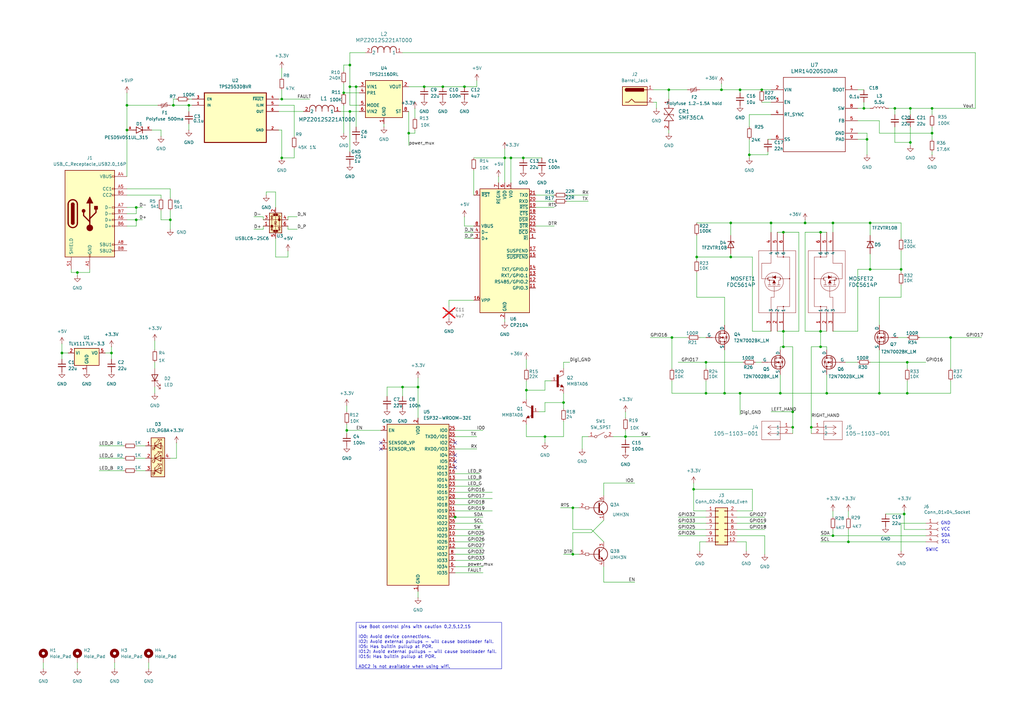
<source format=kicad_sch>
(kicad_sch (version 20250114) (generator "eeschema") (generator_version "9.0")
  (paper "A3")
  (title_block (title "Sweaty Hands") (date "2025-08-07") (rev "1.0") (company "D & D"))
  (text "GND" (at 387.858 214.63 0) (effects (font (size 1.27 1.27))))
  (text "SDA" (at 387.858 219.71 0) (effects (font (size 1.27 1.27))))
  (text "VCC" (at 387.858 217.17 0) (effects (font (size 1.27 1.27))))
  (text "SWIIC" (at 382.27 225.552 0) (effects (font (size 1.27 1.27))))
  (text "SCL" (at 387.858 222.25 0) (effects (font (size 1.27 1.27))))
  (text_box "Use Boot control pins with caution 0,2,5,12,15\n\nIO0: Avoid device connections.\nIO2: Avoid external pullups - will cause bootloader fail.\nIO5: Has builtin pullup at POR.\nIO12: Avoid external pullups - will cause bootloader fail.\nIO15: Has builtin pullup at POR.\n\nADC2 is not available when using wifi." (at 146.05 255.27 0) (size 59.69 19.05) (margins 0.9525 0.9525 0.9525 0.9525) (effects (font (size 1.27 1.27)) (justify left top)))
  (junction (at 289.56 148.59))
  (junction (at 389.89 138.43))
  (junction (at 347.98 222.25))
  (junction (at 382.27 54.61))
  (junction (at 71.12 43.18))
  (junction (at 275.59 138.43))
  (junction (at 31.75 111.76))
  (junction (at 140.97 38.1))
  (junction (at 234.95 208.28))
  (junction (at 55.88 90.17))
  (junction (at 372.11 148.59))
  (junction (at 274.32 36.83))
  (junction (at 299.72 105.41))
  (junction (at 356.87 110.49))
  (junction (at 341.63 219.71))
  (junction (at 321.31 95.25))
  (junction (at 214.63 64.77))
  (junction (at 143.51 26.67))
  (junction (at 295.91 36.83))
  (junction (at 382.27 44.45))
  (junction (at 367.03 44.45))
  (junction (at 207.01 64.77))
  (junction (at 297.18 161.29))
  (junction (at 341.63 91.44))
  (junction (at 303.53 161.29))
  (junction (at 69.85 90.17))
  (junction (at 77.47 43.18))
  (junction (at 25.4 144.78))
  (junction (at 143.51 45.72))
  (junction (at 142.24 176.53))
  (junction (at 354.33 44.45))
  (junction (at 165.1 158.75))
  (junction (at 330.2 91.44))
  (junction (at 370.84 210.82))
  (junction (at 360.68 161.29))
  (junction (at 369.57 110.49))
  (junction (at 307.34 63.5))
  (junction (at 336.55 135.89))
  (junction (at 299.72 91.44))
  (junction (at 186.69 212.09))
  (junction (at 355.6 57.15))
  (junction (at 320.04 161.29))
  (junction (at 55.88 85.09))
  (junction (at 372.11 161.29))
  (junction (at 171.45 158.75))
  (junction (at 303.53 36.83))
  (junction (at 167.64 54.61))
  (junction (at 321.31 142.24))
  (junction (at 231.14 165.1))
  (junction (at 289.56 161.29))
  (junction (at 284.48 200.66))
  (junction (at 209.55 64.77))
  (junction (at 52.07 53.34))
  (junction (at 336.55 142.24))
  (junction (at 234.95 227.33))
  (junction (at 223.52 179.07))
  (junction (at 45.72 144.78))
  (junction (at 173.99 35.56))
  (junction (at 285.75 105.41))
  (junction (at 373.38 44.45))
  (junction (at 256.54 179.07))
  (junction (at 339.09 161.29))
  (junction (at 312.42 36.83))
  (junction (at 332.74 175.26))
  (junction (at 52.07 43.18))
  (junction (at 215.9 160.02))
  (junction (at 373.38 58.42))
  (junction (at 316.23 91.44))
  (junction (at 325.12 175.26))
  (junction (at 146.05 35.56))
  (junction (at 115.57 64.77))
  (junction (at 325.12 168.91))
  (junction (at 181.61 35.56))
  (junction (at 190.5 35.56))
  (junction (at 115.57 40.64))
  (junction (at 143.51 35.56))
  (junction (at 356.87 91.44))
  (junction (at 321.31 135.89))
  (junction (at 336.55 95.25))
  (no_connect (at 156.21 181.61))
  (no_connect (at 186.69 186.69))
  (no_connect (at 186.69 191.77))
  (no_connect (at 186.69 189.23))
  (no_connect (at 156.21 184.15))
  (no_connect (at 186.69 181.61))
  (wire (pts (xy 316.23 168.91) (xy 325.12 168.91)))
  (wire (pts (xy 370.84 217.17) (xy 370.84 210.82)))
  (wire (pts (xy 355.6 54.61) (xy 351.79 54.61)))
  (wire (pts (xy 25.4 144.78) (xy 25.4 147.32)))
  (wire (pts (xy 382.27 44.45) (xy 400.05 44.45)))
  (wire (pts (xy 146.05 35.56) (xy 146.05 52.07)))
  (wire (pts (xy 316.23 91.44) (xy 316.23 95.25)))
  (wire (pts (xy 297.18 143.51) (xy 297.18 161.29)))
  (wire (pts (xy 234.95 208.28) (xy 237.49 208.28)))
  (wire (pts (xy 332.74 142.24) (xy 332.74 175.26)))
  (wire (pts (xy 251.46 179.07) (xy 256.54 179.07)))
  (wire (pts (xy 299.72 91.44) (xy 299.72 96.52)))
  (wire (pts (xy 186.69 194.31) (xy 196.85 194.31)))
  (wire (pts (xy 302.26 217.17) (xy 313.69 217.17)))
  (wire (pts (xy 170.18 44.45) (xy 170.18 48.26)))
  (wire (pts (xy 107.95 92.71) (xy 107.95 93.98)))
  (wire (pts (xy 341.63 91.44) (xy 356.87 91.44)))
  (wire (pts (xy 72.39 187.96) (xy 69.85 187.96)))
  (wire (pts (xy 299.72 105.41) (xy 308.61 105.41)))
  (wire (pts (xy 184.15 123.19) (xy 184.15 125.73)))
  (wire (pts (xy 275.59 138.43) (xy 281.94 138.43)))
  (wire (pts (xy 267.97 36.83) (xy 274.32 36.83)))
  (wire (pts (xy 325.12 175.26) (xy 325.12 177.8)))
  (wire (pts (xy 186.69 219.71) (xy 198.12 219.71)))
  (wire (pts (xy 360.68 54.61) (xy 382.27 54.61)))
  (wire (pts (xy 389.89 161.29) (xy 372.11 161.29)))
  (wire (pts (xy 336.55 135.89) (xy 339.09 135.89)))
  (wire (pts (xy 52.07 43.18) (xy 64.77 43.18)))
  (wire (pts (xy 232.41 82.55) (xy 241.3 82.55)))
  (wire (pts (xy 274.32 53.34) (xy 274.32 54.61)))
  (wire (pts (xy 285.75 121.92) (xy 297.18 121.92)))
  (wire (pts (xy 373.38 44.45) (xy 373.38 46.99)))
  (wire (pts (xy 285.75 96.52) (xy 285.75 105.41)))
  (wire (pts (xy 31.75 271.78) (xy 31.75 274.32)))
  (wire (pts (xy 186.69 212.09) (xy 198.12 212.09)))
  (wire (pts (xy 142.24 176.53) (xy 156.21 176.53)))
  (wire (pts (xy 256.54 179.07) (xy 256.54 180.34)))
  (wire (pts (xy 302.26 219.71) (xy 313.69 219.71)))
  (wire (pts (xy 140.97 26.67) (xy 143.51 26.67)))
  (wire (pts (xy 278.13 214.63) (xy 289.56 214.63)))
  (wire (pts (xy 186.69 214.63) (xy 198.12 214.63)))
  (wire (pts (xy 320.04 142.24) (xy 321.31 142.24)))
  (wire (pts (xy 115.57 27.94) (xy 115.57 31.75)))
  (wire (pts (xy 31.75 111.76) (xy 31.75 113.03)))
  (wire (pts (xy 140.97 34.29) (xy 140.97 38.1)))
  (wire (pts (xy 143.51 45.72) (xy 147.32 45.72)))
  (wire (pts (xy 77.47 45.72) (xy 77.47 43.18)))
  (wire (pts (xy 356.87 110.49) (xy 369.57 110.49)))
  (wire (pts (xy 52.07 90.17) (xy 55.88 90.17)))
  (wire (pts (xy 118.11 105.41) (xy 118.11 102.87)))
  (wire (pts (xy 325.12 168.91) (xy 325.12 175.26)))
  (wire (pts (xy 140.97 38.1) (xy 147.32 38.1)))
  (wire (pts (xy 306.07 222.25) (xy 306.07 226.06)))
  (wire (pts (xy 308.61 105.41) (xy 308.61 135.89)))
  (wire (pts (xy 66.04 53.34) (xy 66.04 55.88)))
  (wire (pts (xy 285.75 91.44) (xy 299.72 91.44)))
  (wire (pts (xy 274.32 36.83) (xy 274.32 40.64)))
  (wire (pts (xy 55.88 187.96) (xy 59.69 187.96)))
  (wire (pts (xy 43.18 144.78) (xy 45.72 144.78)))
  (wire (pts (xy 114.3 43.18) (xy 120.65 43.18)))
  (wire (pts (xy 55.88 87.63) (xy 55.88 85.09)))
  (wire (pts (xy 269.24 41.91) (xy 267.97 41.91)))
  (wire (pts (xy 400.05 44.45) (xy 400.05 21.59)))
  (wire (pts (xy 369.57 91.44) (xy 369.57 97.79)))
  (wire (pts (xy 40.64 187.96) (xy 50.8 187.96)))
  (wire (pts (xy 379.73 217.17) (xy 370.84 217.17)))
  (wire (pts (xy 77.47 43.18) (xy 78.74 43.18)))
  (wire (pts (xy 266.7 138.43) (xy 275.59 138.43)))
  (wire (pts (xy 341.63 135.89) (xy 351.79 135.89)))
  (wire (pts (xy 219.71 92.71) (xy 227.33 92.71)))
  (wire (pts (xy 115.57 40.64) (xy 127 40.64)))
  (wire (pts (xy 287.02 36.83) (xy 295.91 36.83)))
  (wire (pts (xy 104.14 93.98) (xy 107.95 93.98)))
  (wire (pts (xy 372.11 138.43) (xy 368.3 138.43)))
  (wire (pts (xy 55.88 92.71) (xy 55.88 90.17)))
  (wire (pts (xy 114.3 45.72) (xy 124.46 45.72)))
  (wire (pts (xy 219.71 80.01) (xy 227.33 80.01)))
  (wire (pts (xy 231.14 227.33) (xy 234.95 227.33)))
  (wire (pts (xy 285.75 111.76) (xy 285.75 121.92)))
  (wire (pts (xy 314.96 63.5) (xy 307.34 63.5)))
  (wire (pts (xy 234.95 218.44) (xy 242.57 218.44)))
  (wire (pts (xy 114.3 53.34) (xy 115.57 53.34)))
  (wire (pts (xy 52.07 87.63) (xy 55.88 87.63)))
  (wire (pts (xy 55.88 193.04) (xy 59.69 193.04)))
  (wire (pts (xy 389.89 138.43) (xy 402.59 138.43)))
  (wire (pts (xy 66.04 80.01) (xy 52.07 80.01)))
  (wire (pts (xy 113.03 105.41) (xy 118.11 105.41)))
  (wire (pts (xy 52.07 53.34) (xy 52.07 72.39)))
  (wire (pts (xy 341.63 91.44) (xy 341.63 95.25)))
  (wire (pts (xy 360.68 121.92) (xy 360.68 133.35)))
  (wire (pts (xy 72.39 181.61) (xy 72.39 187.96)))
  (wire (pts (xy 330.2 90.17) (xy 330.2 91.44)))
  (wire (pts (xy 377.19 138.43) (xy 389.89 138.43)))
  (wire (pts (xy 297.18 161.29) (xy 303.53 161.29)))
  (wire (pts (xy 143.51 21.59) (xy 143.51 26.67)))
  (wire (pts (xy 234.95 208.28) (xy 234.95 217.17)))
  (wire (pts (xy 220.98 168.91) (xy 223.52 168.91)))
  (wire (pts (xy 186.69 227.33) (xy 198.12 227.33)))
  (wire (pts (xy 63.5 158.75) (xy 63.5 161.29)))
  (wire (pts (xy 321.31 135.89) (xy 327.66 135.89)))
  (wire (pts (xy 186.69 176.53) (xy 198.12 176.53)))
  (wire (pts (xy 275.59 156.21) (xy 275.59 161.29)))
  (wire (pts (xy 36.83 111.76) (xy 31.75 111.76)))
  (wire (pts (xy 207.01 64.77) (xy 207.01 74.93)))
  (wire (pts (xy 312.42 41.91) (xy 316.23 41.91)))
  (wire (pts (xy 185.42 212.09) (xy 186.69 212.09)))
  (wire (pts (xy 309.88 148.59) (xy 312.42 148.59)))
  (wire (pts (xy 69.85 77.47) (xy 69.85 81.28)))
  (wire (pts (xy 351.79 110.49) (xy 356.87 110.49)))
  (wire (pts (xy 143.51 43.18) (xy 143.51 35.56)))
  (wire (pts (xy 275.59 138.43) (xy 275.59 151.13)))
  (wire (pts (xy 115.57 64.77) (xy 120.65 64.77)))
  (wire (pts (xy 351.79 36.83) (xy 354.33 36.83)))
  (wire (pts (xy 40.64 193.04) (xy 50.8 193.04)))
  (wire (pts (xy 223.52 156.21) (xy 226.06 156.21)))
  (wire (pts (xy 215.9 173.99) (xy 215.9 179.07)))
  (wire (pts (xy 351.79 57.15) (xy 355.6 57.15)))
  (wire (pts (xy 147.32 43.18) (xy 143.51 43.18)))
  (wire (pts (xy 69.85 43.18) (xy 71.12 43.18)))
  (wire (pts (xy 241.3 179.07) (xy 238.76 179.07)))
  (wire (pts (xy 186.69 232.41) (xy 198.12 232.41)))
  (wire (pts (xy 316.23 36.83) (xy 312.42 36.83)))
  (wire (pts (xy 367.03 44.45) (xy 373.38 44.45)))
  (wire (pts (xy 142.24 176.53) (xy 142.24 177.8)))
  (wire (pts (xy 289.56 156.21) (xy 289.56 161.29)))
  (wire (pts (xy 379.73 214.63) (xy 369.57 214.63)))
  (wire (pts (xy 247.65 238.76) (xy 247.65 232.41)))
  (wire (pts (xy 63.5 139.7) (xy 63.5 143.51)))
  (wire (pts (xy 373.38 44.45) (xy 382.27 44.45)))
  (wire (pts (xy 52.07 92.71) (xy 55.88 92.71)))
  (wire (pts (xy 360.68 49.53) (xy 360.68 54.61)))
  (wire (pts (xy 207.01 60.96) (xy 207.01 64.77)))
  (wire (pts (xy 372.11 156.21) (xy 372.11 161.29)))
  (wire (pts (xy 299.72 105.41) (xy 299.72 104.14)))
  (wire (pts (xy 195.58 35.56) (xy 195.58 33.02)))
  (wire (pts (xy 143.51 26.67) (xy 143.51 35.56)))
  (wire (pts (xy 186.69 209.55) (xy 201.93 209.55)))
  (wire (pts (xy 215.9 179.07) (xy 223.52 179.07)))
  (wire (pts (xy 369.57 110.49) (xy 369.57 111.76)))
  (wire (pts (xy 355.6 63.5) (xy 355.6 57.15)))
  (wire (pts (xy 372.11 161.29) (xy 360.68 161.29)))
  (wire (pts (xy 318.77 95.25) (xy 321.31 95.25)))
  (wire (pts (xy 190.5 88.9) (xy 190.5 92.71)))
  (wire (pts (xy 165.1 158.75) (xy 165.1 162.56)))
  (wire (pts (xy 308.61 209.55) (xy 308.61 200.66)))
  (wire (pts (xy 303.53 161.29) (xy 320.04 161.29)))
  (wire (pts (xy 223.52 156.21) (xy 223.52 160.02)))
  (wire (pts (xy 167.64 54.61) (xy 167.64 45.72)))
  (wire (pts (xy 167.64 54.61) (xy 170.18 54.61)))
  (wire (pts (xy 234.95 217.17) (xy 242.57 217.17)))
  (wire (pts (xy 186.69 201.93) (xy 201.93 201.93)))
  (wire (pts (xy 143.51 35.56) (xy 146.05 35.56)))
  (wire (pts (xy 306.07 222.25) (xy 302.26 222.25)))
  (wire (pts (xy 118.11 88.9) (xy 118.11 90.17)))
  (wire (pts (xy 389.89 138.43) (xy 389.89 151.13)))
  (wire (pts (xy 369.57 102.87) (xy 369.57 110.49)))
  (wire (pts (xy 170.18 54.61) (xy 170.18 53.34)))
  (wire (pts (xy 115.57 40.64) (xy 114.3 40.64)))
  (wire (pts (xy 231.14 179.07) (xy 231.14 172.72)))
  (wire (pts (xy 231.14 148.59) (xy 233.68 148.59)))
  (wire (pts (xy 341.63 209.55) (xy 341.63 212.09)))
  (wire (pts (xy 232.41 80.01) (xy 241.3 80.01)))
  (wire (pts (xy 190.5 97.79) (xy 194.31 97.79)))
  (wire (pts (xy 167.64 35.56) (xy 173.99 35.56)))
  (wire (pts (xy 113.03 78.74) (xy 109.22 78.74)))
  (wire (pts (xy 285.75 105.41) (xy 299.72 105.41)))
  (wire (pts (xy 341.63 217.17) (xy 341.63 219.71)))
  (wire (pts (xy 186.69 234.95) (xy 198.12 234.95)))
  (wire (pts (xy 303.53 161.29) (xy 303.53 170.18)))
  (wire (pts (xy 247.65 213.36) (xy 242.57 218.44)))
  (wire (pts (xy 307.34 46.99) (xy 307.34 52.07)))
  (wire (pts (xy 171.45 154.94) (xy 171.45 158.75)))
  (wire (pts (xy 347.98 217.17) (xy 347.98 222.25)))
  (wire (pts (xy 209.55 64.77) (xy 214.63 64.77)))
  (wire (pts (xy 314.96 62.23) (xy 314.96 63.5)))
  (wire (pts (xy 40.64 182.88) (xy 50.8 182.88)))
  (wire (pts (xy 367.03 44.45) (xy 367.03 46.99)))
  (wire (pts (xy 140.97 29.21) (xy 140.97 26.67)))
  (wire (pts (xy 186.69 222.25) (xy 198.12 222.25)))
  (wire (pts (xy 285.75 105.41) (xy 285.75 106.68)))
  (wire (pts (xy 231.14 161.29) (xy 231.14 165.1)))
  (wire (pts (xy 284.48 209.55) (xy 289.56 209.55)))
  (wire (pts (xy 149.86 21.59) (xy 143.51 21.59)))
  (wire (pts (xy 278.13 148.59) (xy 289.56 148.59)))
  (wire (pts (xy 372.11 148.59) (xy 379.73 148.59)))
  (wire (pts (xy 336.55 135.89) (xy 336.55 142.24)))
  (wire (pts (xy 369.57 121.92) (xy 360.68 121.92)))
  (wire (pts (xy 186.69 224.79) (xy 198.12 224.79)))
  (wire (pts (xy 215.9 156.21) (xy 215.9 160.02)))
  (wire (pts (xy 167.64 59.69) (xy 167.64 54.61)))
  (wire (pts (xy 107.95 88.9) (xy 107.95 90.17)))
  (wire (pts (xy 186.69 217.17) (xy 198.12 217.17)))
  (wire (pts (xy 158.75 158.75) (xy 158.75 162.56)))
  (wire (pts (xy 297.18 121.92) (xy 297.18 133.35)))
  (wire (pts (xy 318.77 135.89) (xy 321.31 135.89)))
  (wire (pts (xy 356.87 91.44) (xy 356.87 96.52)))
  (wire (pts (xy 186.69 199.39) (xy 196.85 199.39)))
  (wire (pts (xy 312.42 36.83) (xy 303.53 36.83)))
  (wire (pts (xy 320.04 161.29) (xy 320.04 153.67)))
  (wire (pts (xy 140.97 43.18) (xy 140.97 54.61)))
  (wire (pts (xy 52.07 38.1) (xy 52.07 43.18)))
  (wire (pts (xy 363.22 210.82) (xy 370.84 210.82)))
  (wire (pts (xy 223.52 181.61) (xy 223.52 179.07)))
  (wire (pts (xy 351.79 49.53) (xy 360.68 49.53)))
  (wire (pts (xy 71.12 43.18) (xy 77.47 43.18)))
  (wire (pts (xy 330.2 135.89) (xy 336.55 135.89)))
  (wire (pts (xy 194.31 123.19) (xy 184.15 123.19)))
  (wire (pts (xy 321.31 142.24) (xy 325.12 142.24)))
  (wire (pts (xy 139.7 45.72) (xy 143.51 45.72)))
  (wire (pts (xy 295.91 36.83) (xy 303.53 36.83)))
  (wire (pts (xy 346.71 148.59) (xy 351.79 148.59)))
  (wire (pts (xy 238.76 179.07) (xy 238.76 184.15)))
  (wire (pts (xy 373.38 58.42) (xy 373.38 59.69)))
  (wire (pts (xy 351.79 135.89) (xy 351.79 110.49)))
  (wire (pts (xy 186.69 207.01) (xy 198.12 207.01)))
  (wire (pts (xy 336.55 95.25) (xy 330.2 95.25)))
  (wire (pts (xy 347.98 222.25) (xy 379.73 222.25)))
  (wire (pts (xy 36.83 110.49) (xy 36.83 111.76)))
  (wire (pts (xy 118.11 92.71) (xy 118.11 93.98)))
  (wire (pts (xy 77.47 40.64) (xy 78.74 40.64)))
  (wire (pts (xy 247.65 238.76) (xy 260.35 238.76)))
  (wire (pts (xy 336.55 219.71) (xy 341.63 219.71)))
  (wire (pts (xy 55.88 85.09) (xy 58.42 85.09)))
  (wire (pts (xy 289.56 148.59) (xy 289.56 151.13)))
  (wire (pts (xy 113.03 85.09) (xy 113.03 78.74)))
  (wire (pts (xy 25.4 140.97) (xy 25.4 144.78)))
  (wire (pts (xy 332.74 142.24) (xy 336.55 142.24)))
  (wire (pts (xy 256.54 176.53) (xy 256.54 179.07)))
  (wire (pts (xy 171.45 158.75) (xy 171.45 171.45)))
  (wire (pts (xy 330.2 95.25) (xy 330.2 135.89)))
  (wire (pts (xy 313.69 219.71) (xy 313.69 227.33)))
  (wire (pts (xy 351.79 44.45) (xy 354.33 44.45)))
  (wire (pts (xy 63.5 148.59) (xy 63.5 151.13)))
  (wire (pts (xy 29.21 110.49) (xy 29.21 111.76)))
  (wire (pts (xy 190.5 95.25) (xy 194.31 95.25)))
  (wire (pts (xy 55.88 90.17) (xy 58.42 90.17)))
  (wire (pts (xy 204.47 72.39) (xy 204.47 74.93)))
  (wire (pts (xy 69.85 77.47) (xy 52.07 77.47)))
  (wire (pts (xy 382.27 44.45) (xy 382.27 46.99)))
  (wire (pts (xy 194.31 64.77) (xy 207.01 64.77)))
  (wire (pts (xy 186.69 184.15) (xy 195.58 184.15)))
  (wire (pts (xy 181.61 35.56) (xy 190.5 35.56)))
  (wire (pts (xy 369.57 116.84) (xy 369.57 121.92)))
  (wire (pts (xy 382.27 54.61) (xy 382.27 57.15)))
  (wire (pts (xy 347.98 209.55) (xy 347.98 212.09)))
  (wire (pts (xy 307.34 57.15) (xy 307.34 63.5)))
  (wire (pts (xy 118.11 93.98) (xy 121.92 93.98)))
  (wire (pts (xy 354.33 44.45) (xy 356.87 44.45)))
  (wire (pts (xy 289.56 222.25) (xy 287.02 222.25)))
  (wire (pts (xy 46.99 271.78) (xy 46.99 274.32)))
  (wire (pts (xy 29.21 111.76) (xy 31.75 111.76)))
  (wire (pts (xy 336.55 222.25) (xy 347.98 222.25)))
  (wire (pts (xy 181.61 35.56) (xy 173.99 35.56)))
  (wire (pts (xy 369.57 214.63) (xy 369.57 226.06)))
  (wire (pts (xy 287.02 138.43) (xy 289.56 138.43)))
  (wire (pts (xy 71.12 40.64) (xy 71.12 43.18)))
  (wire (pts (xy 66.04 90.17) (xy 69.85 90.17)))
  (wire (pts (xy 66.04 80.01) (xy 66.04 81.28)))
  (wire (pts (xy 372.11 151.13) (xy 372.11 148.59)))
  (wire (pts (xy 356.87 104.14) (xy 356.87 110.49)))
  (wire (pts (xy 354.33 41.91) (xy 354.33 44.45)))
  (wire (pts (xy 120.65 43.18) (xy 120.65 55.88)))
  (wire (pts (xy 367.03 58.42) (xy 373.38 58.42)))
  (wire (pts (xy 247.65 222.25) (xy 242.57 217.17)))
  (wire (pts (xy 52.07 85.09) (xy 55.88 85.09)))
  (wire (pts (xy 214.63 64.77) (xy 222.25 64.77)))
  (wire (pts (xy 289.56 148.59) (xy 304.8 148.59)))
  (wire (pts (xy 275.59 161.29) (xy 289.56 161.29)))
  (wire (pts (xy 316.23 91.44) (xy 330.2 91.44)))
  (wire (pts (xy 247.65 198.12) (xy 260.35 198.12)))
  (wire (pts (xy 320.04 142.24) (xy 320.04 143.51)))
  (wire (pts (xy 247.65 198.12) (xy 247.65 203.2)))
  (wire (pts (xy 113.03 97.79) (xy 113.03 105.41)))
  (wire (pts (xy 355.6 57.15) (xy 355.6 54.61)))
  (wire (pts (xy 45.72 144.78) (xy 45.72 147.32)))
  (wire (pts (xy 382.27 52.07) (xy 382.27 54.61)))
  (wire (pts (xy 143.51 45.72) (xy 143.51 62.23)))
  (wire (pts (xy 287.02 222.25) (xy 287.02 226.06)))
  (wire (pts (xy 256.54 168.91) (xy 256.54 171.45)))
  (wire (pts (xy 356.87 148.59) (xy 372.11 148.59)))
  (wire (pts (xy 215.9 160.02) (xy 215.9 163.83)))
  (wire (pts (xy 302.26 214.63) (xy 313.69 214.63)))
  (wire (pts (xy 219.71 82.55) (xy 227.33 82.55)))
  (wire (pts (xy 27.94 144.78) (xy 25.4 144.78)))
  (wire (pts (xy 284.48 200.66) (xy 284.48 209.55)))
  (wire (pts (xy 186.69 179.07) (xy 195.58 179.07)))
  (wire (pts (xy 231.14 165.1) (xy 231.14 167.64)))
  (wire (pts (xy 186.69 229.87) (xy 198.12 229.87)))
  (wire (pts (xy 215.9 160.02) (xy 223.52 160.02)))
  (wire (pts (xy 303.53 36.83) (xy 303.53 38.1)))
  (wire (pts (xy 367.03 52.07) (xy 367.03 58.42)))
  (wire (pts (xy 165.1 21.59) (xy 400.05 21.59)))
  (wire (pts (xy 194.31 69.85) (xy 194.31 80.01)))
  (wire (pts (xy 234.95 218.44) (xy 234.95 227.33)))
  (wire (pts (xy 142.24 173.99) (xy 142.24 176.53)))
  (wire (pts (xy 52.07 43.18) (xy 52.07 53.34)))
  (wire (pts (xy 278.13 217.17) (xy 289.56 217.17)))
  (wire (pts (xy 320.04 161.29) (xy 339.09 161.29)))
  (wire (pts (xy 157.48 50.8) (xy 157.48 52.07)))
  (wire (pts (xy 115.57 53.34) (xy 115.57 64.77)))
  (wire (pts (xy 60.96 271.78) (xy 60.96 274.32)))
  (wire (pts (xy 274.32 36.83) (xy 281.94 36.83)))
  (wire (pts (xy 339.09 153.67) (xy 339.09 161.29)))
  (wire (pts (xy 223.52 179.07) (xy 231.14 179.07)))
  (wire (pts (xy 308.61 135.89) (xy 316.23 135.89)))
  (wire (pts (xy 302.26 209.55) (xy 308.61 209.55)))
  (wire (pts (xy 229.87 208.28) (xy 234.95 208.28)))
  (wire (pts (xy 17.78 271.78) (xy 17.78 274.32)))
  (wire (pts (xy 190.5 35.56) (xy 195.58 35.56)))
  (wire (pts (xy 72.39 40.64) (xy 71.12 40.64)))
  (wire (pts (xy 278.13 212.09) (xy 289.56 212.09)))
  (wire (pts (xy 295.91 34.29) (xy 295.91 36.83)))
  (wire (pts (xy 332.74 177.8) (xy 332.74 175.26)))
  (wire (pts (xy 360.68 143.51) (xy 360.68 161.29)))
  (wire (pts (xy 234.95 227.33) (xy 237.49 227.33)))
  (wire (pts (xy 316.23 46.99) (xy 307.34 46.99)))
  (wire (pts (xy 302.26 212.09) (xy 313.69 212.09)))
  (wire (pts (xy 209.55 64.77) (xy 209.55 74.93)))
  (wire (pts (xy 45.72 142.24) (xy 45.72 144.78)))
  (wire (pts (xy 321.31 135.89) (xy 321.31 142.24)))
  (wire (pts (xy 215.9 147.32) (xy 215.9 151.13)))
  (wire (pts (xy 370.84 210.82) (xy 370.84 209.55)))
  (wire (pts (xy 327.66 135.89) (xy 327.66 95.25)))
  (wire (pts (xy 382.27 62.23) (xy 382.27 63.5)))
  (wire (pts (xy 142.24 166.37) (xy 142.24 168.91)))
  (wire (pts (xy 307.34 63.5) (xy 307.34 64.77)))
  (wire (pts (xy 341.63 219.71) (xy 379.73 219.71)))
  (wire (pts (xy 165.1 158.75) (xy 171.45 158.75)))
  (wire (pts (xy 194.31 92.71) (xy 190.5 92.71)))
  (wire (pts (xy 55.88 182.88) (xy 59.69 182.88)))
  (wire (pts (xy 171.45 242.57) (xy 171.45 245.11)))
  (wire (pts (xy 223.52 165.1) (xy 231.14 165.1)))
  (wire (pts (xy 278.13 219.71) (xy 289.56 219.71)))
  (wire (pts (xy 356.87 91.44) (xy 369.57 91.44)))
  (wire (pts (xy 115.57 36.83) (xy 115.57 40.64)))
  (wire (pts (xy 62.23 53.34) (xy 66.04 53.34)))
  (wire (pts (xy 118.11 88.9) (xy 121.92 88.9)))
  (wire (pts (xy 360.68 161.29) (xy 339.09 161.29)))
  (wire (pts (xy 158.75 158.75) (xy 165.1 158.75)))
  (wire (pts (xy 186.69 204.47) (xy 201.93 204.47)))
  (wire (pts (xy 69.85 86.36) (xy 69.85 90.17)))
  (wire (pts (xy 314.96 57.15) (xy 316.23 57.15)))
  (wire (pts (xy 256.54 179.07) (xy 266.7 179.07)))
  (wire (pts (xy 389.89 156.21) (xy 389.89 161.29)))
  (wire (pts (xy 325.12 142.24) (xy 325.12 168.91)))
  (wire (pts (xy 69.85 93.98) (xy 69.85 90.17)))
  (wire (pts (xy 207.01 64.77) (xy 209.55 64.77)))
  (wire (pts (xy 66.04 86.36) (xy 66.04 90.17)))
  (wire (pts (xy 330.2 91.44) (xy 341.63 91.44)))
  (wire (pts (xy 77.47 53.34) (xy 77.47 50.8)))
  (wire (pts (xy 109.22 78.74) (xy 109.22 80.01)))
  (wire (pts (xy 336.55 95.25) (xy 339.09 95.25)))
  (wire (pts (xy 339.09 142.24) (xy 339.09 143.51)))
  (wire (pts (xy 231.14 148.59) (xy 231.14 151.13)))
  (wire (pts (xy 289.56 161.29) (xy 297.18 161.29)))
  (wire (pts (xy 146.05 35.56) (xy 147.32 35.56)))
  (wire (pts (xy 373.38 52.07) (xy 373.38 58.42)))
  (wire (pts (xy 284.48 200.66) (xy 308.61 200.66)))
  (wire (pts (xy 299.72 91.44) (xy 316.23 91.44)))
  (wire (pts (xy 219.71 85.09) (xy 227.33 85.09)))
  (wire (pts (xy 223.52 165.1) (xy 223.52 168.91)))
  (wire (pts (xy 336.55 142.24) (xy 339.09 142.24)))
  (wire (pts (xy 284.48 198.12) (xy 284.48 200.66)))
  (wire (pts (xy 364.49 44.45) (xy 367.03 44.45)))
  (wire (pts (xy 207.01 130.81) (xy 207.01 132.08)))
  (wire (pts (xy 120.65 64.77) (xy 120.65 60.96)))
  (wire (pts (xy 104.14 88.9) (xy 107.95 88.9)))
  (wire (pts (xy 321.31 95.25) (xy 327.66 95.25)))
  (wire (pts (xy 186.69 196.85) (xy 196.85 196.85)))
  (wire (pts (xy 269.24 44.45) (xy 269.24 41.91)))
  (label "IO0" (at 256.54 198.12 0))
  (label "Digi_GND" (at 233.68 148.59 0))
  (label "SCL" (at 336.55 222.25 0))
  (label "GPIO33" (at 278.13 214.63 0))
  (label "Digi_GND" (at 303.53 170.18 0))
  (label "GPIO27" (at 307.34 212.09 0))
  (label "GPIO26" (at 191.77 222.25 0))
  (label "RIGHT_HAND" (at 332.74 171.45 0))
  (label "LED_G" (at 40.64 187.96 0))
  (label "D+" (at 104.14 93.98 0))
  (label "D_N" (at 121.92 88.9 0))
  (label "D+" (at 57.15 90.17 0))
  (label "EN" (at 146.05 176.53 0))
  (label "GPIO27" (at 191.77 224.79 0))
  (label "power_mux" (at 167.64 59.69 0))
  (label "FAULT" (at 121.92 40.64 0))
  (label "GPIO19" (at 191.77 209.55 0))
  (label "power_mux" (at 191.77 232.41 0))
  (label "GPIO17" (at 191.77 204.47 0))
  (label "D_P" (at 121.92 93.98 0))
  (label "GPIO32" (at 191.77 227.33 0))
  (label "GPIO25" (at 278.13 217.17 0))
  (label "GPIO16" (at 266.7 138.43 0))
  (label "RTS" (at 229.87 208.28 0))
  (label "TX" (at 193.04 179.07 0))
  (label "GPIO19" (at 307.34 214.63 0))
  (label "SW" (at 262.89 179.07 0))
  (label "GPIO18" (at 191.77 207.01 0))
  (label "LED_R" (at 191.77 194.31 0))
  (label "GPIO26" (at 278.13 219.71 0))
  (label "RX" (at 238.76 80.01 0))
  (label "SCL" (at 194.31 214.63 0))
  (label "RTS" (at 224.79 85.09 0))
  (label "D_N" (at 190.5 95.25 0))
  (label "LED_B" (at 40.64 193.04 0))
  (label "GPIO16" (at 379.73 148.59 0))
  (label "FAULT" (at 191.77 234.95 0))
  (label "D-" (at 104.14 88.9 0))
  (label "GPIO16" (at 191.77 201.93 0))
  (label "GPIO32" (at 278.13 212.09 0))
  (label "GPIO17" (at 279.4 148.59 0))
  (label "LED_G" (at 191.77 199.39 0))
  (label "EN" (at 257.81 238.76 0))
  (label "Vout" (at 394.97 44.45 0))
  (label "GPIO18" (at 307.34 217.17 0))
  (label "RX" (at 193.04 184.15 0))
  (label "D-" (at 57.15 85.09 0))
  (label "D_P" (at 190.5 97.79 0))
  (label "GPIO33" (at 191.77 229.87 0))
  (label "LED_B" (at 191.77 196.85 0))
  (label "LED_R" (at 40.64 182.88 0))
  (label "SW" (at 194.31 217.17 0))
  (label "GPIO25" (at 191.77 219.71 0))
  (label "GPIO17" (at 396.24 138.43 0))
  (label "SDA" (at 336.55 219.71 0))
  (label "LEFT_HAND" (at 316.23 168.91 0))
  (label "DTR" (at 224.79 92.71 0))
  (label "IO0" (at 195.58 176.53 0))
  (label "SDA" (at 194.31 212.09 0))
  (label "DTR" (at 231.14 227.33 0))
  (label "TX" (at 238.76 82.55 0))
  (symbol (lib_id "Device:R_Small") (at 312.42 39.37 0) (unit 1)
    (property "Reference" "R27" (at 313.436 38.1 0) (effects (justify left)))
    (property "Value" "100K" (at 313.436 40.132 0) (effects (justify left)))
    (property "Footprint" "Resistor_SMD:R_0603_1608Metric_Pad0.98x0.95mm_HandSolder" (effects (hide yes)))
    (property "Description" "Resistor, small symbol" (effects (hide yes)))
  )
  (symbol (lib_id "Device:C_Small") (at 373.38 49.53 0) (unit 1)
    (property "Reference" "C21" (at 375.92 48.2662 0) (effects (justify left)))
    (property "Value" "22u" (at 375.92 50.8062 0) (effects (justify left)))
    (property "Footprint" "Capacitor_SMD:C_0603_1608Metric_Pad1.08x0.95mm_HandSolder" (effects (hide yes)))
    (property "Description" "Unpolarized capacitor, small symbol" (effects (hide yes)))
  )
  (symbol (lib_id "power:GND") (at 171.45 245.11 0) (unit 1)
    (property "Reference" "#PWR032" (effects (hide yes)))
    (property "Value" "GND" (at 171.45 250.19 0))
    (property "Description" "Power symbol creates a global label with name \"GND\" , ground" (effects (hide yes)))
  )
  (symbol (lib_id "power:GND") (at 142.24 182.88 0) (unit 1)
    (property "Reference" "#PWR024" (effects (hide yes)))
    (property "Value" "GND" (at 142.24 187.96 0))
    (property "Description" "Power symbol creates a global label with name \"GND\" , ground" (effects (hide yes)))
  )
  (symbol (lib_id "Device:R_Small") (at 285.75 109.22 0) (unit 1)
    (property "Reference" "R23" (at 286.766 107.95 0) (effects (justify left)))
    (property "Value" "10K" (at 286.766 109.982 0) (effects (justify left)))
    (property "Footprint" "Resistor_SMD:R_0603_1608Metric_Pad0.98x0.95mm_HandSolder" (effects (hide yes)))
    (property "Description" "Resistor, small symbol" (effects (hide yes)))
  )
  (symbol (lib_id "power:GND") (at 269.24 44.45 0) (unit 1)
    (property "Reference" "#PWR049" (effects (hide yes)))
    (property "Value" "GND" (at 269.24 49.53 0))
    (property "Description" "Power symbol creates a global label with name \"GND\" , ground" (effects (hide yes)))
  )
  (symbol (lib_id "power:GND") (at 146.05 57.15 0) (unit 1)
    (property "Reference" "#PWR026" (effects (hide yes)))
    (property "Value" "GND" (at 146.05 62.23 0))
    (property "Description" "Power symbol creates a global label with name \"GND\" , ground" (effects (hide yes)))
  )
  (symbol (lib_id "Device:R_Small") (at 115.57 34.29 0) (unit 1)
    (property "Reference" "R8" (at 116.078 30.988 0) (effects (justify left)))
    (property "Value" "47K" (at 117.094 36.322 0) (effects (justify left)))
    (property "Footprint" "Resistor_SMD:R_0603_1608Metric_Pad0.98x0.95mm_HandSolder" (effects (hide yes)))
    (property "Description" "Resistor, small symbol" (effects (hide yes)))
  )
  (symbol (lib_id "power:+5VP") (at 52.07 38.1 0) (unit 1)
    (property "Reference" "#PWR010" (effects (hide yes)))
    (property "Value" "+5VP" (at 52.07 33.02 0))
    (property "Description" "Power symbol creates a global label with name \"+5VP\"" (effects (hide yes)))
  )
  (symbol (lib_id "Device:R_Small") (at 341.63 214.63 0) (unit 1)
    (property "Reference" "R28" (at 342.392 212.598 0) (effects (justify left)))
    (property "Value" "4K7" (at 342.646 216.408 0) (effects (justify left)))
    (property "Footprint" "Resistor_SMD:R_0603_1608Metric_Pad0.98x0.95mm_HandSolder" (effects (hide yes)))
    (property "Description" "Resistor, small symbol" (effects (hide yes)))
  )
  (symbol (lib_id "power:GND") (at 60.96 274.32 0) (unit 1)
    (property "Reference" "#PWR011" (effects (hide yes)))
    (property "Value" "GND" (at 60.96 279.4 0))
    (property "Description" "Power symbol creates a global label with name \"GND\" , ground" (effects (hide yes)))
  )
  (symbol (lib_id "power:+3.3V") (at 115.57 27.94 0) (unit 1)
    (property "Reference" "#PWR019" (effects (hide yes)))
    (property "Value" "+3.3V" (at 115.57 22.86 0))
    (property "Description" "Power symbol creates a global label with name \"+3.3V\"" (effects (hide yes)))
  )
  (symbol (lib_id "Device:R_Small") (at 53.34 182.88 90) (unit 1)
    (property "Reference" "R1" (at 50.546 181.864 90) (effects (justify left)))
    (property "Value" "1K" (at 57.912 181.61 90) (effects (justify left)))
    (property "Footprint" "Resistor_SMD:R_0603_1608Metric_Pad0.98x0.95mm_HandSolder" (effects (hide yes)))
    (property "Description" "Resistor, small symbol" (effects (hide yes)))
  )
  (symbol (lib_id "Interface_USB:CP2104") (at 207.01 102.87 0) (unit 1)
    (property "Reference" "U6" (at 209.1533 130.81 0) (effects (justify left)))
    (property "Value" "CP2104" (at 209.1533 133.35 0) (effects (justify left)))
    (property "Footprint" "Package_DFN_QFN:QFN-24-1EP_4x4mm_P0.5mm_EP2.6x2.6mm" (effects (hide yes)))
    (property "Datasheet" "https://www.silabs.com/documents/public/data-sheets/cp2104.pdf" (effects (hide yes)))
    (property "Description" "Single-Chip USB-to-UART Bridge, USB 2.0 Full-Speed, 2Mbps UART, QFN-24" (effects (hide yes)))
  )
  (symbol (lib_id "Device:C_Small") (at 165.1 165.1 0) (unit 1)
    (property "Reference" "C8" (at 167.64 163.8362 0) (effects (justify left)))
    (property "Value" "100n" (at 167.64 166.3762 0) (effects (justify left)))
    (property "Footprint" "Capacitor_SMD:C_0603_1608Metric_Pad1.08x0.95mm_HandSolder" (effects (hide yes)))
    (property "Description" "Unpolarized capacitor, small symbol" (effects (hide yes)))
  )
  (symbol (lib_id "power:GND") (at 369.57 226.06 0) (unit 1)
    (property "Reference" "#PWR063" (effects (hide yes)))
    (property "Value" "GND" (at 369.57 231.14 0))
    (property "Description" "Power symbol creates a global label with name \"GND\" , ground" (effects (hide yes)))
  )
  (symbol (lib_id "power:GND") (at 287.02 226.06 0) (unit 1)
    (property "Reference" "#PWR053" (effects (hide yes)))
    (property "Value" "GND" (at 287.02 231.14 0))
    (property "Description" "Power symbol creates a global label with name \"GND\" , ground" (effects (hide yes)))
  )
  (symbol (lib_id "Device:LED_RGBA") (at 64.77 187.96 0) (unit 1)
    (property "Reference" "D3" (at 64.77 173.99 0))
    (property "Value" "LED_RGBA" (at 64.77 176.53 0))
    (property "Footprint" "LED_SMD:LED_RGB_Wuerth-PLCC4_3.2x2.8mm_150141M173100" (effects (hide yes)))
    (property "Description" "RGB LED, red/green/blue/anode" (effects (hide yes)))
  )
  (symbol (lib_id "power:+3.3V") (at 347.98 209.55 0) (unit 1)
    (property "Reference" "#PWR060" (effects (hide yes)))
    (property "Value" "+3.3V" (at 347.98 204.47 0))
    (property "Description" "Power symbol creates a global label with name \"+3.3V\"" (effects (hide yes)))
  )
  (symbol (lib_id "power:GND") (at 165.1 167.64 0) (unit 1)
    (property "Reference" "#PWR029" (effects (hide yes)))
    (property "Value" "GND" (at 165.1 172.72 0))
    (property "Description" "Power symbol creates a global label with name \"GND\" , ground" (effects (hide yes)))
  )
  (symbol (lib_id "Device:R_Small") (at 256.54 173.99 0) (unit 1)
    (property "Reference" "R19" (at 257.81 172.466 0) (effects (justify left)))
    (property "Value" "10K" (at 258.318 175.514 0) (effects (justify left)))
    (property "Footprint" "Resistor_SMD:R_0603_1608Metric_Pad0.98x0.95mm_HandSolder" (effects (hide yes)))
    (property "Description" "Resistor, small symbol" (effects (hide yes)))
  )
  (symbol (lib_id "power:+5V") (at 204.47 72.39 0) (unit 1)
    (property "Reference" "#PWR039" (effects (hide yes)))
    (property "Value" "+5V" (at 204.47 67.31 0))
    (property "Description" "Power symbol creates a global label with name \"+5V\"" (effects (hide yes)))
  )
  (symbol (lib_id "power:GND") (at 109.22 80.01 0) (unit 1)
    (property "Reference" "#PWR018" (effects (hide yes)))
    (property "Value" "GND" (at 109.22 85.09 0))
    (property "Description" "Power symbol creates a global label with name \"GND\" , ground" (effects (hide yes)))
  )
  (symbol (lib_id "power:GND") (at 31.75 113.03 0) (unit 1)
    (property "Reference" "#PWR04" (effects (hide yes)))
    (property "Value" "GND" (at 31.75 118.11 0))
    (property "Description" "Power symbol creates a global label with name \"GND\" , ground" (effects (hide yes)))
  )
  (symbol (lib_id "Mechanical:MountingHole_Pad") (at 17.78 269.24 0) (unit 1) (exclude_from_sim yes) (in_bom no)
    (property "Reference" "H1" (at 20.32 266.6999 0) (effects (justify left)))
    (property "Value" "Hole_Pad" (at 20.32 269.2399 0) (effects (justify left)))
    (property "Footprint" "MountingHole:MountingHole_3.2mm_M3_Pad_Via" (effects (hide yes)))
    (property "Description" "Mounting Hole with connection" (effects (hide yes)))
  )
  (symbol (lib_id "Device:R_Small") (at 284.48 138.43 90) (unit 1)
    (property "Reference" "R21" (at 286.004 140.462 90) (effects (justify left)))
    (property "Value" "100R" (at 286.512 136.652 90) (effects (justify left)))
    (property "Footprint" "Resistor_SMD:R_0603_1608Metric_Pad0.98x0.95mm_HandSolder" (effects (hide yes)))
    (property "Description" "Resistor, small symbol" (effects (hide yes)))
  )
  (symbol (lib_id "Device:C_Small") (at 45.72 149.86 0) (unit 1)
    (property "Reference" "C2" (at 48.26 148.5962 0) (effects (justify left)))
    (property "Value" "22u" (at 48.26 151.1362 0) (effects (justify left)))
    (property "Footprint" "Capacitor_SMD:C_0603_1608Metric_Pad1.08x0.95mm_HandSolder" (effects (hide yes)))
    (property "Description" "Unpolarized capacitor, small symbol" (effects (hide yes)))
  )
  (symbol (lib_id "power:GND") (at 303.53 43.18 0) (unit 1)
    (property "Reference" "#PWR055" (effects (hide yes)))
    (property "Value" "GND" (at 303.53 48.26 0))
    (property "Description" "Power symbol creates a global label with name \"GND\" , ground" (effects (hide yes)))
  )
  (symbol (lib_id "Device:Polyfuse_Small") (at 284.48 36.83 90) (unit 1)
    (property "Reference" "F2" (at 284.734 39.878 90))
    (property "Value" "Polyfuse 1.2-1.5A hold" (at 284.734 42.418 90))
    (property "Footprint" "Fuse:Fuse_0805_2012Metric_Pad1.15x1.40mm_HandSolder" (effects (hide yes)))
    (property "Description" "Resettable fuse, polymeric positive temperature coefficient, small symbol" (effects (hide yes)))
  )
  (symbol (lib_id "power:GND") (at 223.52 181.61 0) (unit 1)
    (property "Reference" "#PWR045" (effects (hide yes)))
    (property "Value" "GND" (at 223.52 186.69 0))
    (property "Description" "Power symbol creates a global label with name \"GND\" , ground" (effects (hide yes)))
  )
  (symbol (lib_id "Device:R_Small") (at 307.34 54.61 0) (unit 1)
    (property "Reference" "R25" (at 309.372 52.07 0) (effects (justify left)))
    (property "Value" "24K" (at 308.102 57.404 0) (effects (justify left)))
    (property "Footprint" "Resistor_SMD:R_0603_1608Metric_Pad0.98x0.95mm_HandSolder" (effects (hide yes)))
    (property "Description" "Resistor, small symbol" (effects (hide yes)))
  )
  (symbol (lib_id "Device:Polyfuse_Small") (at 67.31 43.18 90) (unit 1)
    (property "Reference" "F1" (at 67.564 46.228 90))
    (property "Value" "Polyfuse 500ma" (at 67.564 48.768 90))
    (property "Footprint" "Fuse:Fuse_0805_2012Metric_Pad1.15x1.40mm_HandSolder" (effects (hide yes)))
    (property "Description" "Resettable fuse, polymeric positive temperature coefficient, small symbol" (effects (hide yes)))
  )
  (symbol (lib_id "power:+3.3V") (at 171.45 154.94 0) (unit 1)
    (property "Reference" "#PWR031" (effects (hide yes)))
    (property "Value" "+3.3V" (at 171.45 149.86 0))
    (property "Description" "Power symbol creates a global label with name \"+3.3V\"" (effects (hide yes)))
  )
  (symbol (lib_id "Device:C_Small") (at 303.53 40.64 0) (unit 1)
    (property "Reference" "C16" (at 306.07 39.3762 0) (effects (justify left)))
    (property "Value" "10u" (at 306.07 41.9162 0) (effects (justify left)))
    (property "Footprint" "Capacitor_SMD:C_0603_1608Metric_Pad1.08x0.95mm_HandSolder" (effects (hide yes)))
    (property "Description" "Unpolarized capacitor, small symbol" (effects (hide yes)))
  )
  (symbol (lib_id "Simulation_SPICE:NMOS") (at 363.22 138.43 0) (mirror y) (unit 1)
    (property "Reference" "Q7" (at 367.792 141.224 0) (effects (justify left)))
    (property "Value" "T2N7002BK_LM" (at 375.92 144.272 0) (effects (justify left)))
    (property "Footprint" "Extra:SOT23_TOS-M" (effects (hide yes)))
    (property "Datasheet" "https://toshiba.semicon-storage.com/info/docget.jsp?did=30376&prodName=T2N7002BK" (effects (hide yes)))
    (property "Description" "N-MOSFET transistor, drain/source/gate" (effects (hide yes)))
    (property "Sim.Device" "NMOS" (effects (hide yes)))
    (property "Sim.Type" "VDMOS" (effects (hide yes)))
    (property "Sim.Pins" "1=D 2=G 3=S" (effects (hide yes)))
  )
  (symbol (lib_id "Device:LED") (at 63.5 154.94 90) (unit 1)
    (property "Reference" "D2" (at 67.31 155.2574 90) (effects (justify right)))
    (property "Value" "LED" (at 67.31 157.7974 90) (effects (justify right)))
    (property "Footprint" "LED_SMD:LED_0603_1608Metric_Pad1.05x0.95mm_HandSolder" (effects (hide yes)))
    (property "Description" "Light emitting diode" (effects (hide yes)))
    (property "Sim.Pins" "1=K 2=A" (effects (hide yes)))
  )
  (symbol (lib_id "power:GND") (at 363.22 215.9 0) (unit 1)
    (property "Reference" "#PWR062" (effects (hide yes)))
    (property "Value" "GND" (at 363.22 220.98 0))
    (property "Description" "Power symbol creates a global label with name \"GND\" , ground" (effects (hide yes)))
  )
  (symbol (lib_id "Device:R_Small") (at 231.14 170.18 0) (unit 1)
    (property "Reference" "R18" (at 232.156 168.91 0) (effects (justify left)))
    (property "Value" "24" (at 232.156 170.942 0) (effects (justify left)))
    (property "Footprint" "Resistor_SMD:R_0603_1608Metric_Pad0.98x0.95mm_HandSolder" (effects (hide yes)))
    (property "Description" "Resistor, small symbol" (effects (hide yes)))
  )
  (symbol (lib_id "power:GND") (at 274.32 54.61 0) (unit 1)
    (property "Reference" "#PWR050" (effects (hide yes)))
    (property "Value" "GND" (at 274.32 59.69 0))
    (property "Description" "Power symbol creates a global label with name \"GND\" , ground" (effects (hide yes)))
  )
  (symbol (lib_id "Device:R_Small") (at 229.87 82.55 90) (unit 1)
    (property "Reference" "R17" (at 227.33 81.28 90) (effects (justify left)))
    (property "Value" "22R" (at 235.712 81.026 90) (effects (justify left)))
    (property "Footprint" "Resistor_SMD:R_0603_1608Metric_Pad0.98x0.95mm_HandSolder" (effects (hide yes)))
    (property "Description" "Resistor, small symbol" (effects (hide yes)))
  )
  (symbol (lib_id "power:+3.3V") (at 45.72 142.24 0) (unit 1)
    (property "Reference" "#PWR07" (effects (hide yes)))
    (property "Value" "+3.3V" (at 45.72 137.16 0))
    (property "Description" "Power symbol creates a global label with name \"+3.3V\"" (effects (hide yes)))
  )
  (symbol (lib_id "Device:C_Small") (at 184.15 128.27 0) (unit 1) (in_bom no) (on_board no) (dnp yes)
    (property "Reference" "C11" (at 186.69 127.0062 0) (effects (justify left)))
    (property "Value" "4u7" (at 186.69 129.5462 0) (effects (justify left)))
    (property "Footprint" "Capacitor_SMD:C_0805_2012Metric_Pad1.18x1.45mm_HandSolder" (effects (hide yes)))
    (property "Description" "Unpolarized capacitor, small symbol" (effects (hide yes)))
  )
  (symbol (lib_id "power:+3.3V") (at 207.01 60.96 0) (unit 1)
    (property "Reference" "#PWR040" (effects (hide yes)))
    (property "Value" "+3.3V" (at 210.058 59.436 0))
    (property "Description" "Power symbol creates a global label with name \"+3.3V\"" (effects (hide yes)))
  )
  (symbol (lib_id "power:GND") (at 157.48 52.07 0) (unit 1)
    (property "Reference" "#PWR027" (effects (hide yes)))
    (property "Value" "GND" (at 157.48 57.15 0))
    (property "Description" "Power symbol creates a global label with name \"GND\" , ground" (effects (hide yes)))
  )
  (symbol (lib_id "power:GND") (at 17.78 274.32 0) (unit 1)
    (property "Reference" "#PWR01" (effects (hide yes)))
    (property "Value" "GND" (at 17.78 279.4 0))
    (property "Description" "Power symbol creates a global label with name \"GND\" , ground" (effects (hide yes)))
  )
  (symbol (lib_id "power:+12V") (at 215.9 147.32 0) (unit 1)
    (property "Reference" "#PWR043" (effects (hide yes)))
    (property "Value" "+36V" (at 209.042 145.034 0) (effects (justify left)))
    (property "Description" "Power symbol creates a global label with name \"+12V\"" (effects (hide yes)))
  )
  (symbol (lib_id "power:+5V") (at 118.11 102.87 0) (unit 1)
    (property "Reference" "#PWR021" (effects (hide yes)))
    (property "Value" "+5V" (at 118.11 97.79 0))
    (property "Description" "Power symbol creates a global label with name \"+5V\"" (effects (hide yes)))
  )
  (symbol (lib_id "Device:C_Small") (at 314.96 59.69 0) (unit 1)
    (property "Reference" "C17" (at 317.5 58.4262 0) (effects (justify left)))
    (property "Value" "22n" (at 317.5 60.9662 0) (effects (justify left)))
    (property "Footprint" "Capacitor_SMD:C_0603_1608Metric_Pad1.08x0.95mm_HandSolder" (effects (hide yes)))
    (property "Description" "Unpolarized capacitor, small symbol" (effects (hide yes)))
  )
  (symbol (lib_id "power:GND") (at 66.04 55.88 0) (unit 1)
    (property "Reference" "#PWR014" (effects (hide yes)))
    (property "Value" "GND" (at 66.04 60.96 0))
    (property "Description" "Power symbol creates a global label with name \"GND\" , ground" (effects (hide yes)))
  )
  (symbol (lib_id "power:GND") (at 222.25 69.85 0) (unit 1)
    (property "Reference" "#PWR044" (effects (hide yes)))
    (property "Value" "GND" (at 222.25 74.93 0))
    (property "Description" "Power symbol creates a global label with name \"GND\" , ground" (effects (hide yes)))
  )
  (symbol (lib_id "Device:C_Small") (at 146.05 54.61 0) (unit 1)
    (property "Reference" "C6" (at 148.082 54.102 0) (effects (justify left)))
    (property "Value" "1u" (at 147.828 55.88 0) (effects (justify left)))
    (property "Footprint" "Capacitor_SMD:C_0603_1608Metric_Pad1.08x0.95mm_HandSolder" (effects (hide yes)))
    (property "Description" "Unpolarized capacitor, small symbol" (effects (hide yes)))
  )
  (symbol (lib_id "power:+3.3V") (at 284.48 198.12 0) (unit 1)
    (property "Reference" "#PWR052" (effects (hide yes)))
    (property "Value" "+3.3V" (at 284.48 193.04 0))
    (property "Description" "Power symbol creates a global label with name \"+3.3V\"" (effects (hide yes)))
  )
  (symbol (lib_id "Device:C_Small") (at 143.51 64.77 0) (unit 1)
    (property "Reference" "C5" (at 145.542 64.262 0) (effects (justify left)))
    (property "Value" "1u" (at 145.288 66.04 0) (effects (justify left)))
    (property "Footprint" "Capacitor_SMD:C_0603_1608Metric_Pad1.08x0.95mm_HandSolder" (effects (hide yes)))
    (property "Description" "Unpolarized capacitor, small symbol" (effects (hide yes)))
  )
  (symbol (lib_id "power:GND") (at 190.5 40.64 0) (unit 1)
    (property "Reference" "#PWR036" (effects (hide yes)))
    (property "Value" "GND" (at 190.5 45.72 0))
    (property "Description" "Power symbol creates a global label with name \"GND\" , ground" (effects (hide yes)))
  )
  (symbol (lib_id "Device:R_Small") (at 140.97 31.75 0) (unit 1)
    (property "Reference" "R10" (at 135.636 29.718 0) (effects (justify left)))
    (property "Value" "240K" (at 134.874 32.004 0) (effects (justify left)))
    (property "Footprint" "Resistor_SMD:R_0603_1608Metric_Pad0.98x0.95mm_HandSolder" (effects (hide yes)))
    (property "Description" "Resistor, small symbol" (effects (hide yes)))
  )
  (symbol (lib_id "power:GND") (at 313.69 227.33 0) (unit 1)
    (property "Reference" "#PWR067" (effects (hide yes)))
    (property "Value" "GND" (at 313.69 232.41 0))
    (property "Description" "Power symbol creates a global label with name \"GND\" , ground" (effects (hide yes)))
  )
  (symbol (lib_id "Device:C_Small") (at 142.24 180.34 0) (unit 1)
    (property "Reference" "C4" (at 144.78 179.0762 0) (effects (justify left)))
    (property "Value" "100n" (at 144.78 181.6162 0) (effects (justify left)))
    (property "Footprint" "Capacitor_SMD:C_0603_1608Metric_Pad1.08x0.95mm_HandSolder" (effects (hide yes)))
    (property "Description" "Unpolarized capacitor, small symbol" (effects (hide yes)))
  )
  (symbol (lib_id "Device:C_Small") (at 367.03 49.53 0) (unit 1)
    (property "Reference" "C20" (at 369.57 48.2662 0) (effects (justify left)))
    (property "Value" "22u" (at 369.57 50.8062 0) (effects (justify left)))
    (property "Footprint" "Capacitor_SMD:C_0603_1608Metric_Pad1.08x0.95mm_HandSolder" (effects (hide yes)))
    (property "Description" "Unpolarized capacitor, small symbol" (effects (hide yes)))
  )
  (symbol (lib_id "Device:C_Small") (at 354.33 39.37 180) (unit 1)
    (property "Reference" "C18" (at 356.362 36.068 0) (effects (justify right)))
    (property "Value" "0.1u" (at 348.234 39.624 0) (effects (justify right)))
    (property "Footprint" "Resistor_SMD:R_0603_1608Metric_Pad0.98x0.95mm_HandSolder" (effects (hide yes)))
    (property "Description" "Unpolarized capacitor, small symbol" (effects (hide yes)))
  )
  (symbol (lib_id "MMBTA06:MMBTA06") (at 228.6 156.21 0) (unit 1)
    (property "Reference" "Q2" (at 232.41 154.9399 0) (effects (justify left)))
    (property "Value" "MMBTA06" (at 232.41 157.4799 0) (effects (justify left)))
    (property "Footprint" "Extra:TRANS_MMBTA06" (effects (hide yes)))
    (property "DigiKey_Part_Number" "4878-MMBTA06CT-ND" (effects (hide yes)))
    (property "SnapEDA_Link" "https://www.snapeda.com/parts/MMBTA06/Diotec/view-part/?ref=snap" (effects (hide yes)))
    (property "MAXIMUM_PACKAGE_HEIGHT" "1.2mm" (effects (hide yes)))
    (property "Package" "SOT-23 Diotec" (effects (hide yes)))
    (property "Check_prices" "https://www.snapeda.com/parts/MMBTA06/Diotec/view-part/?ref=eda" (effects (hide yes)))
    (property "STANDARD" "Manufacturer Recommendations" (effects (hide yes)))
    (property "PARTREV" "1.1.0" (effects (hide yes)))
    (property "MF" "Diotec Semiconductor" (effects (hide yes)))
    (property "MP" "MMBTA06" (effects (hide yes)))
    (property "Description_1" "BJT, SOT-23, 80V, 500mA, NPN, 0.25W, 150°C" (effects (hide yes)))
    (property "MANUFACTURER" "Onsemi" (effects (hide yes)))
    (property "SNAPEDA_PN" "MMBTA06" (effects (hide yes)))
  )
  (symbol (lib_id "power:GND") (at 306.07 226.06 0) (unit 1)
    (property "Reference" "#PWR056" (effects (hide yes)))
    (property "Value" "GND" (at 306.07 231.14 0))
    (property "Description" "Power symbol creates a global label with name \"GND\" , ground" (effects (hide yes)))
  )
  (symbol (lib_id "Device:R_Small") (at 140.97 40.64 0) (unit 1)
    (property "Reference" "R11" (at 135.89 37.846 0) (effects (justify left)))
    (property "Value" "100K" (at 135.128 40.894 0) (effects (justify left)))
    (property "Footprint" "Resistor_SMD:R_0603_1608Metric_Pad0.98x0.95mm_HandSolder" (effects (hide yes)))
    (property "Description" "Resistor, small symbol" (effects (hide yes)))
  )
  (symbol (lib_id "power:+3.3V") (at 63.5 139.7 0) (unit 1)
    (property "Reference" "#PWR012" (effects (hide yes)))
    (property "Value" "+3.3V" (at 63.5 134.62 0))
    (property "Description" "Power symbol creates a global label with name \"+3.3V\"" (effects (hide yes)))
  )
  (symbol (lib_id "Device:R_Small") (at 66.04 83.82 0) (unit 1)
    (property "Reference" "R5" (at 61.214 82.55 0) (effects (justify left)))
    (property "Value" "5k1" (at 61.722 84.582 0) (effects (justify left)))
    (property "Footprint" "Resistor_SMD:R_0603_1608Metric_Pad0.98x0.95mm_HandSolder" (effects (hide yes)))
    (property "Description" "Resistor, small symbol" (effects (hide yes)))
  )
  (symbol (lib_id "power:GND") (at 63.5 161.29 0) (unit 1)
    (property "Reference" "#PWR013" (effects (hide yes)))
    (property "Value" "GND" (at 63.5 166.37 0))
    (property "Description" "Power symbol creates a global label with name \"GND\" , ground" (effects (hide yes)))
  )
  (symbol (lib_id "Device:R_Small") (at 307.34 148.59 90) (unit 1)
    (property "Reference" "R26" (at 308.864 150.622 90) (effects (justify left)))
    (property "Value" "100R" (at 309.372 146.812 90) (effects (justify left)))
    (property "Footprint" "Resistor_SMD:R_0603_1608Metric_Pad0.98x0.95mm_HandSolder" (effects (hide yes)))
    (property "Description" "Resistor, small symbol" (effects (hide yes)))
  )
  (symbol (lib_id "power:GND") (at 143.51 67.31 0) (unit 1)
    (property "Reference" "#PWR025" (effects (hide yes)))
    (property "Value" "GND" (at 143.51 72.39 0))
    (property "Description" "Power symbol creates a global label with name \"GND\" , ground" (effects (hide yes)))
  )
  (symbol (lib_id "power:GND") (at 184.15 130.81 0) (unit 1)
    (property "Reference" "#PWR035" (effects (hide yes)))
    (property "Value" "GND" (at 184.15 135.89 0))
    (property "Description" "Power symbol creates a global label with name \"GND\" , ground" (effects (hide yes)))
  )
  (symbol (lib_id "Device:R_Small") (at 382.27 59.69 0) (unit 1)
    (property "Reference" "R36" (at 384.048 58.674 0) (effects (justify left)))
    (property "Value" "17.6K" (at 384.048 61.214 0) (effects (justify left)))
    (property "Footprint" "Resistor_SMD:R_0603_1608Metric_Pad0.98x0.95mm_HandSolder" (effects (hide yes)))
    (property "Description" "Resistor, small symbol" (effects (hide yes)))
  )
  (symbol (lib_id "power:GND") (at 355.6 63.5 0) (unit 1)
    (property "Reference" "#PWR061" (effects (hide yes)))
    (property "Value" "GND" (at 355.6 68.58 0))
    (property "Description" "Power symbol creates a global label with name \"GND\" , ground" (effects (hide yes)))
  )
  (symbol (lib_id "TVS40Br:SMF36CA") (at 274.32 53.34 90) (unit 1)
    (property "Reference" "CR1" (at 278.13 45.7199 90) (effects (font (size 1.524 1.524)) (justify right)))
    (property "Value" "SMF36CA" (at 278.13 48.2599 90) (effects (font (size 1.524 1.524)) (justify right)))
    (property "Footprint" "Extra:SOD-123F_LTF" (effects (hide yes)))
    (property "Datasheet" "SMF36CA" (effects (hide yes)))
  )
  (symbol (lib_id "Device:R_Small") (at 354.33 148.59 90) (unit 1)
    (property "Reference" "R30" (at 355.854 150.622 90) (effects (justify left)))
    (property "Value" "100R" (at 356.362 146.812 90) (effects (justify left)))
    (property "Footprint" "Resistor_SMD:R_0603_1608Metric_Pad0.98x0.95mm_HandSolder" (effects (hide yes)))
    (property "Description" "Resistor, small symbol" (effects (hide yes)))
  )
  (symbol (lib_id "power:+3.3V") (at 142.24 166.37 0) (unit 1)
    (property "Reference" "#PWR023" (effects (hide yes)))
    (property "Value" "+3.3V" (at 142.24 161.29 0))
    (property "Description" "Power symbol creates a global label with name \"+3.3V\"" (effects (hide yes)))
  )
  (symbol (lib_id "Device:C_Small") (at 25.4 149.86 0) (unit 1)
    (property "Reference" "C1" (at 27.94 148.5962 0) (effects (justify left)))
    (property "Value" "22u" (at 27.94 151.1362 0) (effects (justify left)))
    (property "Footprint" "Capacitor_SMD:C_0603_1608Metric_Pad1.08x0.95mm_HandSolder" (effects (hide yes)))
    (property "Description" "Unpolarized capacitor, small symbol" (effects (hide yes)))
  )
  (symbol (lib_id "power:+3.3V") (at 341.63 209.55 0) (unit 1)
    (property "Reference" "#PWR059" (effects (hide yes)))
    (property "Value" "+3.3V" (at 341.63 204.47 0))
    (property "Description" "Power symbol creates a global label with name \"+3.3V\"" (effects (hide yes)))
  )
  (symbol (lib_id "power:GND") (at 69.85 93.98 0) (unit 1)
    (property "Reference" "#PWR015" (effects (hide yes)))
    (property "Value" "GND" (at 72.39 95.2499 0) (effects (justify left)))
    (property "Description" "Power symbol creates a global label with name \"GND\" , ground" (effects (hide yes)))
  )
  (symbol (lib_id "RF_Module:ESP32-WROOM-32E") (at 171.45 207.01 0) (unit 1)
    (property "Reference" "U5" (at 173.5933 168.91 0) (effects (justify left)))
    (property "Value" "ESP32-WROOM-32E" (at 173.5933 171.45 0) (effects (justify left)))
    (property "Footprint" "RF_Module:ESP32-WROOM-32D" (effects (hide yes)))
    (property "Datasheet" "https://www.espressif.com/sites/default/files/documentation/esp32-wroom-32e_esp32-wroom-32ue_datasheet_en.pdf" (effects (hide yes)))
    (property "Description" "RF Module, ESP32-D0WD-V3 SoC, without PSRAM, Wi-Fi 802.11b/g/n, Bluetooth, BLE, 32-bit, 2.7-3.6V, onboard antenna, SMD" (effects (hide yes)))
  )
  (symbol (lib_id "Device:R_Small") (at 372.11 153.67 0) (unit 1)
    (property "Reference" "R33" (at 373.126 152.4 0) (effects (justify left)))
    (property "Value" "10K" (at 373.126 154.432 0) (effects (justify left)))
    (property "Footprint" "Resistor_SMD:R_0603_1608Metric_Pad0.98x0.95mm_HandSolder" (effects (hide yes)))
    (property "Description" "Resistor, small symbol" (effects (hide yes)))
  )
  (symbol (lib_id "Device:R_Small") (at 374.65 138.43 90) (unit 1)
    (property "Reference" "R34" (at 376.174 140.462 90) (effects (justify left)))
    (property "Value" "100R" (at 376.682 136.652 90) (effects (justify left)))
    (property "Footprint" "Resistor_SMD:R_0603_1608Metric_Pad0.98x0.95mm_HandSolder" (effects (hide yes)))
    (property "Description" "Resistor, small symbol" (effects (hide yes)))
  )
  (symbol (lib_id "power:GND") (at 256.54 185.42 0) (unit 1)
    (property "Reference" "#PWR048" (effects (hide yes)))
    (property "Value" "GND" (at 256.54 190.5 0))
    (property "Description" "Power symbol creates a global label with name \"GND\" , ground" (effects (hide yes)))
  )
  (symbol (lib_id "Regulator_Linear:LM1117LD-3.3") (at 35.56 144.78 0) (unit 1)
    (property "Reference" "U1" (at 35.56 138.43 0))
    (property "Value" "TLV1117LV-3.3" (at 35.56 140.97 0))
    (property "Footprint" "Package_SON:WSON-8-1EP_4x4mm_P0.8mm_EP2.2x3mm" (effects (hide yes)))
    (property "Datasheet" "http://www.ti.com/lit/ds/symlink/lm1117.pdf" (effects (hide yes)))
    (property "Description" "800mA Low-Dropout Linear Regulator, 3.3V fixed output, WSON-8" (effects (hide yes)))
  )
  (symbol (lib_id "bananajack:105-1103-001") (at 332.74 175.26 0) (unit 1)
    (property "Reference" "J5" (at 346.71 175.2599 0) (effects (font (size 1.524 1.524)) (justify left)))
    (property "Value" "105-1103-001" (at 346.71 177.7999 0) (effects (font (size 1.524 1.524)) (justify left)))
    (property "Footprint" "CONN_105-1102-001" (effects (hide yes)))
    (property "Datasheet" "105-1103-001" (effects (hide yes)))
  )
  (symbol (lib_id "Device:C_Small") (at 77.47 48.26 0) (unit 1)
    (property "Reference" "C3" (at 79.502 47.752 0) (effects (justify left)))
    (property "Value" "0.1u" (at 79.248 49.53 0) (effects (justify left)))
    (property "Footprint" "Capacitor_SMD:C_0603_1608Metric_Pad1.08x0.95mm_HandSolder" (effects (hide yes)))
    (property "Description" "Unpolarized capacitor, small symbol" (effects (hide yes)))
  )
  (symbol (lib_id "Switch:SW_SPST") (at 246.38 179.07 0) (unit 1)
    (property "Reference" "SW1" (at 246.38 172.72 0))
    (property "Value" "SW_SPST" (at 246.38 175.26 0))
    (property "Footprint" "Button_Switch_SMD:SW_Push_1TS009xxxx-xxxx-xxxx_6x6x5mm" (effects (hide yes)))
    (property "Description" "Single Pole Single Throw (SPST) switch" (effects (hide yes)))
  )
  (symbol (lib_id "power:+5V") (at 25.4 140.97 0) (unit 1)
    (property "Reference" "#PWR02" (effects (hide yes)))
    (property "Value" "+5V" (at 25.4 135.89 0))
    (property "Description" "Power symbol creates a global label with name \"+5V\"" (effects (hide yes)))
  )
  (symbol (lib_id "power:GND") (at 77.47 53.34 0) (unit 1)
    (property "Reference" "#PWR017" (effects (hide yes)))
    (property "Value" "GND" (at 77.47 58.42 0))
    (property "Description" "Power symbol creates a global label with name \"GND\" , ground" (effects (hide yes)))
  )
  (symbol (lib_id "Transistor_BJT:UMH3N") (at 246.38 227.33 0) (unit 2)
    (property "Reference" "Q3" (at 250.19 226.0599 0) (effects (justify left)))
    (property "Value" "UMH3N" (at 250.19 228.5999 0) (effects (justify left)))
    (property "Footprint" "Package_TO_SOT_SMD:SOT-363_SC-70-6" (effects (hide yes)))
    (property "Datasheet" "http://rohmfs.rohm.com/en/products/databook/datasheet/discrete/transistor/digital/emh3t2r-e.pdf" (effects (hide yes)))
    (property "Description" "0.1A Ic, 50V Vce, Dual NPN Input Resistor Transistors, SOT-363" (effects (hide yes)))
  )
  (symbol (lib_id "Device:C_Small") (at 190.5 38.1 0) (unit 1)
    (property "Reference" "C12" (at 193.04 36.8362 0) (effects (justify left)))
    (property "Value" "4u7" (at 193.04 39.3762 0) (effects (justify left)))
    (property "Footprint" "Capacitor_SMD:C_0603_1608Metric_Pad1.08x0.95mm_HandSolder" (effects (hide yes)))
    (property "Description" "Unpolarized capacitor, small symbol" (effects (hide yes)))
  )
  (symbol (lib_id "power:GND") (at 46.99 274.32 0) (unit 1)
    (property "Reference" "#PWR09" (effects (hide yes)))
    (property "Value" "GND" (at 46.99 279.4 0))
    (property "Description" "Power symbol creates a global label with name \"GND\" , ground" (effects (hide yes)))
  )
  (symbol (lib_id "Device:D_Zener") (at 356.87 100.33 270) (unit 1)
    (property "Reference" "D5" (at 358.648 100.33 90) (effects (justify left)))
    (property "Value" "TFZVTR10B" (at 357.632 93.472 90) (effects (justify left)))
    (property "Footprint" "Extra:DIO_TDZVT_ROM-M" (effects (hide yes)))
    (property "Description" "Zener diode" (effects (hide yes)))
  )
  (symbol (lib_id "PESD5V0S1UL_315:PESD5V0S1UL_315") (at 57.15 53.34 0) (unit 1)
    (property "Reference" "D1" (at 57.15 50.8 0))
    (property "Value" "PESD5V0S1UL_315" (at 51.816 56.388 0))
    (property "Footprint" "Extra:DIO_PESD5V0S1UL_315" (effects (hide yes)))
    (property "MF" "Nexperia USA" (effects (hide yes)))
    (property "MAXIMUM_PACKAGE_HEIGHT" "0.5mm" (effects (hide yes)))
    (property "Package" "DFN1006-2-2 Nexperia USA Inc." (effects (hide yes)))
    (property "Price" "None" (effects (hide yes)))
    (property "Check_prices" "https://www.snapeda.com/parts/PESD5V0S1UL,315/Nexperia/view-part/?ref=eda" (effects (hide yes)))
    (property "STANDARD" "Manufacturer Recommendations" (effects (hide yes)))
    (property "PARTREV" "15 January 2020" (effects (hide yes)))
    (property "SnapEDA_Link" "https://www.snapeda.com/parts/PESD5V0S1UL,315/Nexperia/view-part/?ref=snap" (effects (hide yes)))
    (property "MP" "PESD5V0S1UL,315" (effects (hide yes)))
    (property "Description_1" "20V Clamp 15A (8/20µs) Ipp Tvs Diode Surface Mount DFN1006-2" (effects (hide yes)))
    (property "MANUFACTURER" "Nexperia" (effects (hide yes)))
    (property "Availability" "In Stock" (effects (hide yes)))
    (property "SNAPEDA_PN" "PESD5V0S1UL,315" (effects (hide yes)))
  )
  (symbol (lib_id "Device:R_Small") (at 285.75 93.98 0) (unit 1)
    (property "Reference" "R22" (at 286.766 92.71 0) (effects (justify left)))
    (property "Value" "100K" (at 286.766 94.742 0) (effects (justify left)))
    (property "Footprint" "Resistor_SMD:R_0603_1608Metric_Pad0.98x0.95mm_HandSolder" (effects (hide yes)))
    (property "Description" "Resistor, small symbol" (effects (hide yes)))
  )
  (symbol (lib_id "Connector:USB_C_Receptacle_USB2.0_16P") (at 36.83 87.63 0) (unit 1)
    (property "Reference" "J1" (at 36.83 64.77 0))
    (property "Value" "USB_C_Receptacle_USB2.0_16P" (at 36.83 67.31 0))
    (property "Footprint" "Connector_USB:USB_C_Receptacle_Amphenol_12401948E412A" (effects (hide yes)))
    (property "Datasheet" "https://www.usb.org/sites/default/files/documents/usb_type-c.zip" (effects (hide yes)))
    (property "Description" "USB 2.0-only 16P Type-C Receptacle connector" (effects (hide yes)))
  )
  (symbol (lib_id "Device:R_Small") (at 53.34 187.96 90) (unit 1)
    (property "Reference" "R2" (at 50.546 186.944 90) (effects (justify left)))
    (property "Value" "1K" (at 57.912 186.69 90) (effects (justify left)))
    (property "Footprint" "Resistor_SMD:R_0603_1608Metric_Pad0.98x0.95mm_HandSolder" (effects (hide yes)))
    (property "Description" "Resistor, small symbol" (effects (hide yes)))
  )
  (symbol (lib_id "power:+3.3V") (at 370.84 209.55 0) (unit 1)
    (property "Reference" "#PWR064" (effects (hide yes)))
    (property "Value" "+3.3V" (at 370.84 204.47 0))
    (property "Description" "Power symbol creates a global label with name \"+3.3V\"" (effects (hide yes)))
  )
  (symbol (lib_id "Device:R_Small") (at 369.57 114.3 0) (unit 1)
    (property "Reference" "R32" (at 370.586 113.03 0) (effects (justify left)))
    (property "Value" "10K" (at 370.586 115.062 0) (effects (justify left)))
    (property "Footprint" "Resistor_SMD:R_0603_1608Metric_Pad0.98x0.95mm_HandSolder" (effects (hide yes)))
    (property "Description" "Resistor, small symbol" (effects (hide yes)))
  )
  (symbol (lib_id "ferrit_bead:MPZ2012S221AT000") (at 124.46 45.72 0) (unit 1)
    (property "Reference" "L1" (at 132.842 40.386 0) (effects (font (size 1.524 1.524))))
    (property "Value" "MPZ2012S221AT000" (at 134.112 49.022 0) (effects (font (size 1.524 1.524))))
    (property "Footprint" "IND_2012_TDK" (effects (hide yes)))
    (property "Datasheet" "MPZ2012S221AT000" (effects (hide yes)))
  )
  (symbol (lib_id "power:GND") (at 382.27 63.5 0) (unit 1)
    (property "Reference" "#PWR066" (effects (hide yes)))
    (property "Value" "GND" (at 382.27 68.58 0))
    (property "Description" "Power symbol creates a global label with name \"GND\" , ground" (effects (hide yes)))
  )
  (symbol (lib_id "Device:R_Small") (at 194.31 67.31 0) (unit 1)
    (property "Reference" "R14" (at 196.596 66.04 0) (effects (justify left)))
    (property "Value" "10K" (at 196.596 68.834 0) (effects (justify left)))
    (property "Footprint" "Resistor_SMD:R_0201_0603Metric_Pad0.64x0.40mm_HandSolder" (effects (hide yes)))
    (property "Description" "Resistor, small symbol" (effects (hide yes)))
  )
  (symbol (lib_id "Device:R_Small") (at 170.18 50.8 0) (unit 1)
    (property "Reference" "R13" (at 171.958 48.514 0) (effects (justify left)))
    (property "Value" "10K" (at 172.466 51.308 0) (effects (justify left)))
    (property "Footprint" "Resistor_SMD:R_0603_1608Metric_Pad0.98x0.95mm_HandSolder" (effects (hide yes)))
    (property "Description" "Resistor, small symbol" (effects (hide yes)))
  )
  (symbol (lib_id "power:+3.3V") (at 170.18 44.45 0) (unit 1)
    (property "Reference" "#PWR030" (effects (hide yes)))
    (property "Value" "+3.3V" (at 167.386 42.164 0))
    (property "Description" "Power symbol creates a global label with name \"+3.3V\"" (effects (hide yes)))
  )
  (symbol (lib_id "Power_Protection:USBLC6-2SC6") (at 113.03 92.71 0) (mirror x) (unit 1)
    (property "Reference" "U3" (at 114.808 96.774 0))
    (property "Value" "USBLC6-2SC6" (at 103.378 97.79 0))
    (property "Footprint" "Package_TO_SOT_SMD:SOT-23-6" (effects (hide yes)))
    (property "Datasheet" "https://www.st.com/resource/en/datasheet/usblc6-2.pdf" (effects (hide yes)))
    (property "Description" "Very low capacitance ESD protection diode, 2 data-line, SOT-23-6" (effects (hide yes)))
  )
  (symbol (lib_id "power:+12V") (at 295.91 34.29 0) (unit 1)
    (property "Reference" "#PWR054" (effects (hide yes)))
    (property "Value" "+36V" (at 289.052 32.004 0) (effects (justify left)))
    (property "Description" "Power symbol creates a global label with name \"+12V\"" (effects (hide yes)))
  )
  (symbol (lib_id "Connector_Generic:Conn_02x06_Odd_Even") (at 294.64 214.63 0) (unit 1)
    (property "Reference" "J3" (at 295.91 203.2 0))
    (property "Value" "Conn_02x06_Odd_Even" (at 295.91 205.74 0))
    (property "Footprint" "Connector_PinHeader_2.54mm:PinHeader_2x06_P2.54mm_Vertical" (effects (hide yes)))
    (property "Description" "Generic connector, double row, 02x06, odd/even pin numbering scheme (row 1 odd numbers, row 2 even numbers), script generated (kicad-library-utils/schlib/autogen/connector/)" (effects (hide yes)))
  )
  (symbol (lib_id "power:GND") (at 238.76 184.15 0) (unit 1)
    (property "Reference" "#PWR046" (effects (hide yes)))
    (property "Value" "GND" (at 238.76 189.23 0))
    (property "Description" "Power symbol creates a global label with name \"GND\" , ground" (effects (hide yes)))
  )
  (symbol (lib_id "Device:L") (at 360.68 44.45 90) (unit 1)
    (property "Reference" "L3" (at 360.68 39.37 90))
    (property "Value" "5.5u" (at 360.68 41.91 90))
    (property "Footprint" "Inductor_SMD:L_0805_2012Metric" (effects (hide yes)))
    (property "Description" "Inductor" (effects (hide yes)))
  )
  (symbol (lib_id "MMBTA06:MMBTA06") (at 218.44 168.91 0) (mirror y) (unit 1)
    (property "Reference" "Q1" (at 214.63 167.6399 0) (effects (justify left)))
    (property "Value" "MMBTA06" (at 214.63 170.1799 0) (effects (justify left)))
    (property "Footprint" "Extra:TRANS_MMBTA06" (effects (hide yes)))
    (property "DigiKey_Part_Number" "4878-MMBTA06CT-ND" (effects (hide yes)))
    (property "SnapEDA_Link" "https://www.snapeda.com/parts/MMBTA06/Diotec/view-part/?ref=snap" (effects (hide yes)))
    (property "MAXIMUM_PACKAGE_HEIGHT" "1.2mm" (effects (hide yes)))
    (property "Package" "SOT-23 Diotec" (effects (hide yes)))
    (property "Check_prices" "https://www.snapeda.com/parts/MMBTA06/Diotec/view-part/?ref=eda" (effects (hide yes)))
    (property "STANDARD" "Manufacturer Recommendations" (effects (hide yes)))
    (property "PARTREV" "1.1.0" (effects (hide yes)))
    (property "MF" "Diotec Semiconductor" (effects (hide yes)))
    (property "MP" "MMBTA06" (effects (hide yes)))
    (property "Description_1" "BJT, SOT-23, 80V, 500mA, NPN, 0.25W, 150°C" (effects (hide yes)))
    (property "MANUFACTURER" "Onsemi" (effects (hide yes)))
    (property "SNAPEDA_PN" "MMBTA06" (effects (hide yes)))
  )
  (symbol (lib_id "Device:C_Small") (at 363.22 213.36 0) (unit 1)
    (property "Reference" "C19" (at 365.76 212.0962 0) (effects (justify left)))
    (property "Value" "22u" (at 365.76 214.6362 0) (effects (justify left)))
    (property "Footprint" "Capacitor_SMD:C_0805_2012Metric_Pad1.18x1.45mm_HandSolder" (effects (hide yes)))
    (property "Description" "Unpolarized capacitor, small symbol" (effects (hide yes)))
  )
  (symbol (lib_id "power:GND") (at 140.97 54.61 0) (unit 1)
    (property "Reference" "#PWR022" (effects (hide yes)))
    (property "Value" "GND" (at 140.97 59.69 0))
    (property "Description" "Power symbol creates a global label with name \"GND\" , ground" (effects (hide yes)))
  )
  (symbol (lib_id "power:GND") (at 307.34 64.77 0) (unit 1)
    (property "Reference" "#PWR057" (effects (hide yes)))
    (property "Value" "GND" (at 307.34 69.85 0))
    (property "Description" "Power symbol creates a global label with name \"GND\" , ground" (effects (hide yes)))
  )
  (symbol (lib_id "Mechanical:MountingHole_Pad") (at 46.99 269.24 0) (unit 1) (exclude_from_sim yes) (in_bom no)
    (property "Reference" "H3" (at 49.53 266.6999 0) (effects (justify left)))
    (property "Value" "Hole_Pad" (at 49.53 269.2399 0) (effects (justify left)))
    (property "Footprint" "MountingHole:MountingHole_3.2mm_M3_Pad_Via" (effects (hide yes)))
    (property "Description" "Mounting Hole with connection" (effects (hide yes)))
  )
  (symbol (lib_id "Device:C_Small") (at 214.63 67.31 0) (unit 1)
    (property "Reference" "C13" (at 217.17 66.0462 0) (effects (justify left)))
    (property "Value" "22u" (at 217.17 68.5862 0) (effects (justify left)))
    (property "Footprint" "Capacitor_SMD:C_0603_1608Metric_Pad1.08x0.95mm_HandSolder" (effects (hide yes)))
    (property "Description" "Unpolarized capacitor, small symbol" (effects (hide yes)))
  )
  (symbol (lib_id "Device:R_Small") (at 63.5 146.05 0) (unit 1)
    (property "Reference" "R4" (at 65.024 144.78 0) (effects (justify left)))
    (property "Value" "1K" (at 65.024 147.828 0) (effects (justify left)))
    (property "Footprint" "Resistor_SMD:R_0603_1608Metric_Pad0.98x0.95mm_HandSolder" (effects (hide yes)))
    (property "Description" "Resistor, small symbol" (effects (hide yes)))
  )
  (symbol (lib_id "Device:R_Small") (at 289.56 153.67 0) (unit 1)
    (property "Reference" "R24" (at 290.576 152.4 0) (effects (justify left)))
    (property "Value" "10K" (at 290.576 154.432 0) (effects (justify left)))
    (property "Footprint" "Resistor_SMD:R_0603_1608Metric_Pad0.98x0.95mm_HandSolder" (effects (hide yes)))
    (property "Description" "Resistor, small symbol" (effects (hide yes)))
  )
  (symbol (lib_id "FDC5614P:FDC5614P") (at 321.31 135.89 270) (mirror x) (unit 1)
    (property "Reference" "MOSFET1" (at 309.88 114.2999 90) (effects (font (size 1.524 1.524)) (justify right)))
    (property "Value" "FDC5614P" (at 309.88 116.8399 90) (effects (font (size 1.524 1.524)) (justify right)))
    (property "Footprint" "TSOT23-6_419BL_ONS" (effects (hide yes)))
    (property "Datasheet" "FDC5614P" (effects (hide yes)))
  )
  (symbol (lib_id "Device:R_Small") (at 347.98 214.63 0) (unit 1)
    (property "Reference" "R29" (at 348.996 212.344 0) (effects (justify left)))
    (property "Value" "4K7" (at 349.504 215.9 0) (effects (justify left)))
    (property "Footprint" "Resistor_SMD:R_0603_1608Metric_Pad0.98x0.95mm_HandSolder" (effects (hide yes)))
    (property "Description" "Resistor, small symbol" (effects (hide yes)))
  )
  (symbol (lib_id "Simulation_SPICE:NMOS") (at 341.63 148.59 0) (mirror y) (unit 1)
    (property "Reference" "Q6" (at 346.202 151.384 0) (effects (justify left)))
    (property "Value" "T2N7002BK_LM" (at 354.33 154.432 0) (effects (justify left)))
    (property "Footprint" "Extra:SOT23_TOS-M" (effects (hide yes)))
    (property "Datasheet" "https://toshiba.semicon-storage.com/info/docget.jsp?did=30376&prodName=T2N7002BK" (effects (hide yes)))
    (property "Description" "N-MOSFET transistor, drain/source/gate" (effects (hide yes)))
    (property "Sim.Device" "NMOS" (effects (hide yes)))
    (property "Sim.Type" "VDMOS" (effects (hide yes)))
    (property "Sim.Pins" "1=D 2=G 3=S" (effects (hide yes)))
  )
  (symbol (lib_id "Simulation_SPICE:NMOS") (at 317.5 148.59 0) (unit 1)
    (property "Reference" "Q5" (at 312.928 151.384 0) (effects (justify left)))
    (property "Value" "T2N7002BK_LM" (at 304.8 154.432 0) (effects (justify left)))
    (property "Footprint" "Extra:SOT23_TOS-M" (effects (hide yes)))
    (property "Datasheet" "https://toshiba.semicon-storage.com/info/docget.jsp?did=30376&prodName=T2N7002BK" (effects (hide yes)))
    (property "Description" "N-MOSFET transistor, drain/source/gate" (effects (hide yes)))
    (property "Sim.Device" "NMOS" (effects (hide yes)))
    (property "Sim.Type" "VDMOS" (effects (hide yes)))
    (property "Sim.Pins" "1=D 2=G 3=S" (effects (hide yes)))
  )
  (symbol (lib_id "Mechanical:MountingHole_Pad") (at 31.75 269.24 0) (unit 1) (exclude_from_sim yes) (in_bom no)
    (property "Reference" "H2" (at 34.29 266.6999 0) (effects (justify left)))
    (property "Value" "Hole_Pad" (at 34.29 269.2399 0) (effects (justify left)))
    (property "Footprint" "MountingHole:MountingHole_3.2mm_M3_Pad_Via" (effects (hide yes)))
    (property "Description" "Mounting Hole with connection" (effects (hide yes)))
  )
  (symbol (lib_id "Device:R_Small") (at 215.9 153.67 0) (unit 1)
    (property "Reference" "R15" (at 216.916 152.4 0) (effects (justify left)))
    (property "Value" "22K" (at 216.916 154.432 0) (effects (justify left)))
    (property "Footprint" "Resistor_SMD:R_0603_1608Metric_Pad0.98x0.95mm_HandSolder" (effects (hide yes)))
    (property "Description" "Resistor, small symbol" (effects (hide yes)))
  )
  (symbol (lib_id "Device:R_Small") (at 69.85 83.82 0) (unit 1)
    (property "Reference" "R6" (at 71.12 82.804 0) (effects (justify left)))
    (property "Value" "5k1" (at 71.374 84.836 0) (effects (justify left)))
    (property "Footprint" "Resistor_SMD:R_0603_1608Metric_Pad0.98x0.95mm_HandSolder" (effects (hide yes)))
    (property "Description" "Resistor, small symbol" (effects (hide yes)))
  )
  (symbol (lib_id "Device:R_Small") (at 382.27 49.53 0) (unit 1)
    (property "Reference" "R35" (at 384.556 48.006 0) (effects (justify left)))
    (property "Value" "100K" (at 384.556 50.546 0) (effects (justify left)))
    (property "Footprint" "Resistor_SMD:R_0603_1608Metric_Pad0.98x0.95mm_HandSolder" (effects (hide yes)))
    (property "Description" "Resistor, small symbol" (effects (hide yes)))
  )
  (symbol (lib_id "Device:C_Small") (at 256.54 182.88 0) (unit 1)
    (property "Reference" "C15" (at 259.08 181.6162 0) (effects (justify left)))
    (property "Value" "100n" (at 259.08 184.1562 0) (effects (justify left)))
    (property "Footprint" "Capacitor_SMD:C_0603_1608Metric_Pad1.08x0.95mm_HandSolder" (effects (hide yes)))
    (property "Description" "Unpolarized capacitor, small symbol" (effects (hide yes)))
  )
  (symbol (lib_id "power:GND") (at 25.4 152.4 0) (unit 1)
    (property "Reference" "#PWR03" (effects (hide yes)))
    (property "Value" "GND" (at 25.4 157.48 0))
    (property "Description" "Power symbol creates a global label with name \"GND\" , ground" (effects (hide yes)))
  )
  (symbol (lib_id "Device:R_Small") (at 74.93 40.64 90) (unit 1)
    (property "Reference" "R7" (at 72.136 39.624 90) (effects (justify left)))
    (property "Value" "100K" (at 80.01 38.862 90) (effects (justify left)))
    (property "Footprint" "Resistor_SMD:R_0603_1608Metric_Pad0.98x0.95mm_HandSolder" (effects (hide yes)))
    (property "Description" "Resistor, small symbol" (effects (hide yes)))
  )
  (symbol (lib_id "Device:R_Small") (at 275.59 153.67 0) (unit 1)
    (property "Reference" "R20" (at 276.606 152.4 0) (effects (justify left)))
    (property "Value" "10K" (at 276.606 154.432 0) (effects (justify left)))
    (property "Footprint" "Resistor_SMD:R_0603_1608Metric_Pad0.98x0.95mm_HandSolder" (effects (hide yes)))
    (property "Description" "Resistor, small symbol" (effects (hide yes)))
  )
  (symbol (lib_id "power:+3.3V") (at 72.39 181.61 0) (unit 1)
    (property "Reference" "#PWR016" (effects (hide yes)))
    (property "Value" "+3.3V" (at 72.39 176.53 0))
    (property "Description" "Power symbol creates a global label with name \"+3.3V\"" (effects (hide yes)))
  )
  (symbol (lib_id "Simulation_SPICE:NMOS") (at 294.64 138.43 0) (unit 1)
    (property "Reference" "Q4" (at 300.99 137.1599 0) (effects (justify left)))
    (property "Value" "T2N7002BK_LM" (at 300.99 139.6999 0) (effects (justify left)))
    (property "Footprint" "Extra:SOT23_TOS-M" (effects (hide yes)))
    (property "Datasheet" "https://toshiba.semicon-storage.com/info/docget.jsp?did=30376&prodName=T2N7002BK" (effects (hide yes)))
    (property "Description" "N-MOSFET transistor, drain/source/gate" (effects (hide yes)))
    (property "Sim.Device" "NMOS" (effects (hide yes)))
    (property "Sim.Type" "VDMOS" (effects (hide yes)))
    (property "Sim.Pins" "1=D 2=G 3=S" (effects (hide yes)))
  )
  (symbol (lib_id "Device:D_Zener") (at 299.72 100.33 270) (unit 1)
    (property "Reference" "D4" (at 295.148 99.568 90) (effects (justify left)))
    (property "Value" "TFZVTR10B" (at 287.782 101.6 90) (effects (justify left)))
    (property "Footprint" "Extra:DIO_TDZVT_ROM-M" (effects (hide yes)))
    (property "Description" "Zener diode" (effects (hide yes)))
  )
  (symbol (lib_id "power:GND") (at 31.75 274.32 0) (unit 1)
    (property "Reference" "#PWR05" (effects (hide yes)))
    (property "Value" "GND" (at 31.75 279.4 0))
    (property "Description" "Power symbol creates a global label with name \"GND\" , ground" (effects (hide yes)))
  )
  (symbol (lib_id "Device:R_Small") (at 389.89 153.67 0) (unit 1)
    (property "Reference" "R37" (at 390.906 152.4 0) (effects (justify left)))
    (property "Value" "10K" (at 390.906 154.432 0) (effects (justify left)))
    (property "Footprint" "Resistor_SMD:R_0603_1608Metric_Pad0.98x0.95mm_HandSolder" (effects (hide yes)))
    (property "Description" "Resistor, small symbol" (effects (hide yes)))
  )
  (symbol (lib_id "Device:R_Small") (at 369.57 100.33 0) (unit 1)
    (property "Reference" "R31" (at 370.586 99.06 0) (effects (justify left)))
    (property "Value" "100K" (at 370.586 101.092 0) (effects (justify left)))
    (property "Footprint" "Resistor_SMD:R_0603_1608Metric_Pad0.98x0.95mm_HandSolder" (effects (hide yes)))
    (property "Description" "Resistor, small symbol" (effects (hide yes)))
  )
  (symbol (lib_id "LMR14020SDDAR:LMR14020SDDAR") (at 334.01 46.99 0) (unit 1)
    (property "Reference" "U7" (at 334.01 26.67 0) (effects (font (size 1.524 1.524))))
    (property "Value" "LMR14020SDDAR" (at 334.01 29.21 0) (effects (font (size 1.524 1.524))))
    (property "Footprint" "Extra:DDA0008E_N" (effects (hide yes)))
    (property "Datasheet" "https://www.ti.com/lit/gpn/lmr14020" (effects (hide yes)))
  )
  (symbol (lib_id "power:GND") (at 173.99 40.64 0) (unit 1)
    (property "Reference" "#PWR033" (effects (hide yes)))
    (property "Value" "GND" (at 173.99 45.72 0))
    (property "Description" "Power symbol creates a global label with name \"GND\" , ground" (effects (hide yes)))
  )
  (symbol (lib_id "Device:R_Small") (at 229.87 80.01 90) (unit 1)
    (property "Reference" "R16" (at 227.33 78.74 90) (effects (justify left)))
    (property "Value" "22R" (at 235.712 78.486 90) (effects (justify left)))
    (property "Footprint" "Resistor_SMD:R_0603_1608Metric_Pad0.98x0.95mm_HandSolder" (effects (hide yes)))
    (property "Description" "Resistor, small symbol" (effects (hide yes)))
  )
  (symbol (lib_id "Device:R_Small") (at 142.24 171.45 0) (unit 1)
    (property "Reference" "R12" (at 143.256 170.18 0) (effects (justify left)))
    (property "Value" "10K" (at 143.51 172.72 0) (effects (justify left)))
    (property "Footprint" "Resistor_SMD:R_0603_1608Metric_Pad0.98x0.95mm_HandSolder" (effects (hide yes)))
    (property "Description" "Resistor, small symbol" (effects (hide yes)))
  )
  (symbol (lib_id "power:GND") (at 207.01 132.08 0) (unit 1)
    (property "Reference" "#PWR041" (effects (hide yes)))
    (property "Value" "GND" (at 207.01 137.16 0))
    (property "Description" "Power symbol creates a global label with name \"GND\" , ground" (effects (hide yes)))
  )
  (symbol (lib_id "Device:C_Small") (at 181.61 38.1 0) (unit 1)
    (property "Reference" "C10" (at 184.15 36.8362 0) (effects (justify left)))
    (property "Value" "100n" (at 184.15 39.3762 0) (effects (justify left)))
    (property "Footprint" "Capacitor_SMD:C_0603_1608Metric_Pad1.08x0.95mm_HandSolder" (effects (hide yes)))
    (property "Description" "Unpolarized capacitor, small symbol" (effects (hide yes)))
  )
  (symbol (lib_id "Device:C_Small") (at 173.99 38.1 0) (unit 1)
    (property "Reference" "C9" (at 176.53 36.8362 0) (effects (justify left)))
    (property "Value" "22u" (at 176.53 39.3762 0) (effects (justify left)))
    (property "Footprint" "Capacitor_SMD:C_0603_1608Metric_Pad1.08x0.95mm_HandSolder" (effects (hide yes)))
    (property "Description" "Unpolarized capacitor, small symbol" (effects (hide yes)))
  )
  (symbol (lib_id "power:GND") (at 158.75 167.64 0) (unit 1)
    (property "Reference" "#PWR028" (effects (hide yes)))
    (property "Value" "GND" (at 158.75 172.72 0))
    (property "Description" "Power symbol creates a global label with name \"GND\" , ground" (effects (hide yes)))
  )
  (symbol (lib_id "power:GND") (at 35.56 152.4 0) (unit 1)
    (property "Reference" "#PWR06" (effects (hide yes)))
    (property "Value" "GND" (at 35.56 157.48 0))
    (property "Description" "Power symbol creates a global label with name \"GND\" , ground" (effects (hide yes)))
  )
  (symbol (lib_id "Connector:Barrel_Jack") (at 260.35 39.37 0) (unit 1)
    (property "Reference" "J2" (at 260.35 30.48 0))
    (property "Value" "Barrel_Jack" (at 260.35 33.02 0))
    (property "Footprint" "CUI_PJ-002B" (effects (hide yes)))
    (property "Description" "DC Barrel Jack" (effects (hide yes)))
  )
  (symbol (lib_id "Device:R_Small") (at 53.34 193.04 90) (unit 1)
    (property "Reference" "R3" (at 50.546 192.024 90) (effects (justify left)))
    (property "Value" "1K" (at 57.912 191.77 90) (effects (justify left)))
    (property "Footprint" "Resistor_SMD:R_0603_1608Metric_Pad0.98x0.95mm_HandSolder" (effects (hide yes)))
    (property "Description" "Resistor, small symbol" (effects (hide yes)))
  )
  (symbol (lib_id "TPS2553DBVR:TPS2553DBVR") (at 96.52 48.26 0) (unit 1)
    (property "Reference" "U2" (at 96.52 33.02 0))
    (property "Value" "TPS2553DBVR" (at 96.52 35.56 0))
    (property "Footprint" "Extra:SOT95P280X145-6N" (effects (hide yes)))
    (property "MF" "Texas Instruments" (effects (hide yes)))
    (property "Description_1" "0.075-1.7A adj. ILIMIT,  2.5-6.5V, 85mΩ USB power switch, active-high, reverse blocking" (effects (hide yes)))
    (property "Package" "SOT-23-6 Texas Instruments" (effects (hide yes)))
    (property "Price" "None" (effects (hide yes)))
    (property "SnapEDA_Link" "https://www.snapeda.com/parts/TPS2553DBVR/Texas+Instruments/view-part/?ref=snap" (effects (hide yes)))
    (property "MP" "TPS2553DBVR" (effects (hide yes)))
    (property "Availability" "In Stock" (effects (hide yes)))
    (property "Check_prices" "https://www.snapeda.com/parts/TPS2553DBVR/Texas+Instruments/view-part/?ref=eda" (effects (hide yes)))
  )
  (symbol (lib_id "power:+3.3V") (at 256.54 168.91 0) (unit 1)
    (property "Reference" "#PWR047" (effects (hide yes)))
    (property "Value" "+3.3V" (at 256.54 163.83 0))
    (property "Description" "Power symbol creates a global label with name \"+3.3V\"" (effects (hide yes)))
  )
  (symbol (lib_id "power:GND") (at 45.72 152.4 0) (unit 1)
    (property "Reference" "#PWR08" (effects (hide yes)))
    (property "Value" "GND" (at 45.72 157.48 0))
    (property "Description" "Power symbol creates a global label with name \"GND\" , ground" (effects (hide yes)))
  )
  (symbol (lib_id "power:GND") (at 181.61 40.64 0) (unit 1)
    (property "Reference" "#PWR034" (effects (hide yes)))
    (property "Value" "GND" (at 181.61 45.72 0))
    (property "Description" "Power symbol creates a global label with name \"GND\" , ground" (effects (hide yes)))
  )
  (symbol (lib_id "power:+5V") (at 190.5 88.9 0) (unit 1)
    (property "Reference" "#PWR037" (effects (hide yes)))
    (property "Value" "+5V" (at 190.5 83.82 0))
    (property "Description" "Power symbol creates a global label with name \"+5V\"" (effects (hide yes)))
  )
  (symbol (lib_id "bananajack:105-1103-001") (at 325.12 175.26 0) (mirror y) (unit 1)
    (property "Reference" "J4" (at 311.15 175.2599 0) (effects (font (size 1.524 1.524)) (justify left)))
    (property "Value" "105-1103-001" (at 311.15 177.7999 0) (effects (font (size 1.524 1.524)) (justify left)))
    (property "Footprint" "CONN_105-1102-001" (effects (hide yes)))
    (property "Datasheet" "105-1103-001" (effects (hide yes)))
  )
  (symbol (lib_id "Connector:Conn_01x04_Socket") (at 384.81 217.17 0) (unit 1)
    (property "Reference" "J6" (at 378.714 207.772 0) (effects (justify left)))
    (property "Value" "Conn_01x04_Socket" (at 378.968 210.058 0) (effects (justify left)))
    (property "Footprint" "Connector_PinHeader_2.54mm:PinHeader_1x04_P2.54mm_Vertical" (effects (hide yes)))
    (property "Description" "Generic connector, single row, 01x04, script generated" (effects (hide yes)))
  )
  (symbol (lib_id "Power_Management:TPS2116DRL") (at 157.48 40.64 0) (unit 1)
    (property "Reference" "U4" (at 157.48 27.94 0))
    (property "Value" "TPS2116DRL" (at 157.48 30.48 0))
    (property "Footprint" "Package_TO_SOT_SMD:SOT-583-8" (effects (hide yes)))
    (property "Datasheet" "https://www.ti.com/lit/ds/symlink/tps2116.pdf" (effects (hide yes)))
    (property "Description" "2 Channnels Power Mux with Manual and Priority Switchover, 1.6-5.5V Input Voltage, 2.5A Output Current, Ron 40 mOhm, SOT-583-8" (effects (hide yes)))
  )
  (symbol (lib_id "Device:R_Small") (at 120.65 58.42 0) (unit 1)
    (property "Reference" "R9" (at 121.158 55.118 0) (effects (justify left)))
    (property "Value" "45K 1%" (at 122.174 60.452 0) (effects (justify left)))
    (property "Footprint" "Resistor_SMD:R_0603_1608Metric_Pad0.98x0.95mm_HandSolder" (effects (hide yes)))
    (property "Description" "Resistor, small symbol" (effects (hide yes)))
  )
  (symbol (lib_id "power:GND") (at 373.38 59.69 0) (unit 1)
    (property "Reference" "#PWR065" (effects (hide yes)))
    (property "Value" "GND" (at 373.38 64.77 0))
    (property "Description" "Power symbol creates a global label with name \"GND\" , ground" (effects (hide yes)))
  )
  (symbol (lib_id "power:+12V") (at 330.2 90.17 0) (unit 1)
    (property "Reference" "#PWR058" (effects (hide yes)))
    (property "Value" "+36V" (at 323.342 87.884 0) (effects (justify left)))
    (property "Description" "Power symbol creates a global label with name \"+12V\"" (effects (hide yes)))
  )
  (symbol (lib_id "Mechanical:MountingHole_Pad") (at 60.96 269.24 0) (unit 1) (exclude_from_sim yes) (in_bom no)
    (property "Reference" "H4" (at 63.5 266.6999 0) (effects (justify left)))
    (property "Value" "Hole_Pad" (at 63.5 269.2399 0) (effects (justify left)))
    (property "Footprint" "MountingHole:MountingHole_3.2mm_M3_Pad_Via" (effects (hide yes)))
    (property "Description" "Mounting Hole with connection" (effects (hide yes)))
  )
  (symbol (lib_id "Device:C_Small") (at 158.75 165.1 0) (unit 1)
    (property "Reference" "C7" (at 161.29 163.8362 0) (effects (justify left)))
    (property "Value" "22u" (at 161.29 166.3762 0) (effects (justify left)))
    (property "Footprint" "Capacitor_SMD:C_0603_1608Metric_Pad1.08x0.95mm_HandSolder" (effects (hide yes)))
    (property "Description" "Unpolarized capacitor, small symbol" (effects (hide yes)))
  )
  (symbol (lib_id "power:+5V") (at 195.58 33.02 0) (unit 1)
    (property "Reference" "#PWR038" (effects (hide yes)))
    (property "Value" "+5V" (at 195.58 27.94 0))
    (property "Description" "Power symbol creates a global label with name \"+5V\"" (effects (hide yes)))
  )
  (symbol (lib_id "power:GND") (at 214.63 69.85 0) (unit 1)
    (property "Reference" "#PWR042" (effects (hide yes)))
    (property "Value" "GND" (at 214.63 74.93 0))
    (property "Description" "Power symbol creates a global label with name \"GND\" , ground" (effects (hide yes)))
  )
  (symbol (lib_id "FDC5614P:FDC5614P") (at 336.55 135.89 90) (unit 1)
    (property "Reference" "MOSFET2" (at 347.98 114.2999 90) (effects (font (size 1.524 1.524)) (justify right)))
    (property "Value" "FDC5614P" (at 347.98 116.8399 90) (effects (font (size 1.524 1.524)) (justify right)))
    (property "Footprint" "TSOT23-6_419BL_ONS" (effects (hide yes)))
    (property "Datasheet" "FDC5614P" (effects (hide yes)))
  )
  (symbol (lib_id "Device:C_Small") (at 222.25 67.31 0) (unit 1)
    (property "Reference" "C14" (at 224.79 66.0462 0) (effects (justify left)))
    (property "Value" "100n" (at 224.79 68.5862 0) (effects (justify left)))
    (property "Footprint" "Capacitor_SMD:C_0603_1608Metric_Pad1.08x0.95mm_HandSolder" (effects (hide yes)))
    (property "Description" "Unpolarized capacitor, small symbol" (effects (hide yes)))
  )
  (symbol (lib_id "ferrit_bead:MPZ2012S221AT000") (at 149.86 21.59 0) (unit 1)
    (property "Reference" "L2" (at 157.48 13.97 0) (effects (font (size 1.524 1.524))))
    (property "Value" "MPZ2012S221AT000" (at 157.48 16.51 0) (effects (font (size 1.524 1.524))))
    (property "Footprint" "IND_2012_TDK" (effects (hide yes)))
    (property "Datasheet" "MPZ2012S221AT000" (effects (hide yes)))
  )
  (symbol (lib_id "power:GND") (at 115.57 64.77 0) (unit 1)
    (property "Reference" "#PWR020" (effects (hide yes)))
    (property "Value" "GND" (at 115.57 69.85 0))
    (property "Description" "Power symbol creates a global label with name \"GND\" , ground" (effects (hide yes)))
  )
  (symbol (lib_id "Transistor_BJT:UMH3N") (at 246.38 208.28 0) (unit 1)
    (property "Reference" "Q3" (at 250.19 207.0099 0) (effects (justify left)))
    (property "Value" "UMH3N" (at 251.206 211.074 0) (effects (justify left)))
    (property "Footprint" "Package_TO_SOT_SMD:SOT-363_SC-70-6" (effects (hide yes)))
    (property "Datasheet" "http://rohmfs.rohm.com/en/products/databook/datasheet/discrete/transistor/digital/emh3t2r-e.pdf" (effects (hide yes)))
    (property "Description" "0.1A Ic, 50V Vce, Dual NPN Input Resistor Transistors, SOT-363" (effects (hide yes)))
  )
)
</source>
